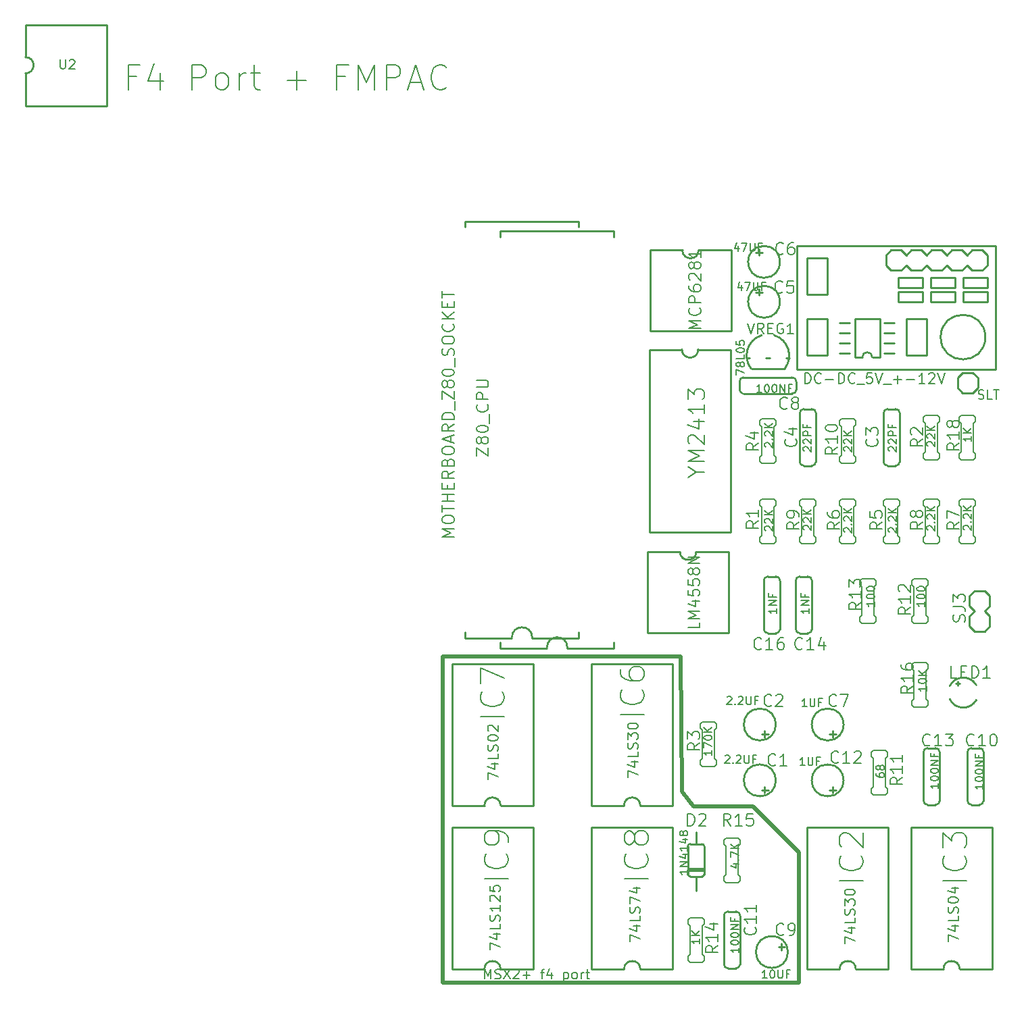
<source format=gto>
%TF.GenerationSoftware,KiCad,Pcbnew,5.1.12-1.fc35*%
%TF.CreationDate,2022-01-17T09:06:34+01:00*%
%TF.ProjectId,PCB_F4 FMPAC_DIP_IMPRIMIR DEFINITIU copy_2021-07-27,5043425f-4634-4204-964d-5041435f4449,rev?*%
%TF.SameCoordinates,Original*%
%TF.FileFunction,Legend,Top*%
%TF.FilePolarity,Positive*%
%FSLAX46Y46*%
G04 Gerber Fmt 4.6, Leading zero omitted, Abs format (unit mm)*
G04 Created by KiCad (PCBNEW 5.1.12-1.fc35) date 2022-01-17 09:06:34*
%MOMM*%
%LPD*%
G01*
G04 APERTURE LIST*
%ADD10C,0.500000*%
%ADD11C,0.203000*%
%ADD12C,0.254000*%
%ADD13C,0.152000*%
%ADD14C,0.150000*%
G04 APERTURE END LIST*
D10*
X123482000Y-113283000D02*
X153282000Y-113283000D01*
X153282000Y-113283000D02*
X153382000Y-130233000D01*
X153382000Y-130233000D02*
X154832000Y-132133000D01*
X154832000Y-132133000D02*
X162332000Y-132133000D01*
X162332000Y-132133000D02*
X168032000Y-137833000D01*
X168032000Y-137833000D02*
X168032000Y-154233000D01*
X168032000Y-154233000D02*
X123482000Y-154233000D01*
X123482000Y-154233000D02*
X123482000Y-113333000D01*
D11*
X160234380Y-77957192D02*
X160234380Y-77290526D01*
X161234380Y-77719097D01*
X160662952Y-76766716D02*
X160615333Y-76861954D01*
X160567714Y-76909573D01*
X160472476Y-76957192D01*
X160424857Y-76957192D01*
X160329619Y-76909573D01*
X160282000Y-76861954D01*
X160234380Y-76766716D01*
X160234380Y-76576240D01*
X160282000Y-76481002D01*
X160329619Y-76433383D01*
X160424857Y-76385764D01*
X160472476Y-76385764D01*
X160567714Y-76433383D01*
X160615333Y-76481002D01*
X160662952Y-76576240D01*
X160662952Y-76766716D01*
X160710571Y-76861954D01*
X160758190Y-76909573D01*
X160853428Y-76957192D01*
X161043904Y-76957192D01*
X161139142Y-76909573D01*
X161186761Y-76861954D01*
X161234380Y-76766716D01*
X161234380Y-76576240D01*
X161186761Y-76481002D01*
X161139142Y-76433383D01*
X161043904Y-76385764D01*
X160853428Y-76385764D01*
X160758190Y-76433383D01*
X160710571Y-76481002D01*
X160662952Y-76576240D01*
X161234380Y-75481002D02*
X161234380Y-75957192D01*
X160234380Y-75957192D01*
X160234380Y-74957192D02*
X160234380Y-74861954D01*
X160282000Y-74766716D01*
X160329619Y-74719097D01*
X160424857Y-74671478D01*
X160615333Y-74623859D01*
X160853428Y-74623859D01*
X161043904Y-74671478D01*
X161139142Y-74719097D01*
X161186761Y-74766716D01*
X161234380Y-74861954D01*
X161234380Y-74957192D01*
X161186761Y-75052430D01*
X161139142Y-75100050D01*
X161043904Y-75147669D01*
X160853428Y-75195288D01*
X160615333Y-75195288D01*
X160424857Y-75147669D01*
X160329619Y-75100050D01*
X160282000Y-75052430D01*
X160234380Y-74957192D01*
X160234380Y-73719097D02*
X160234380Y-74195288D01*
X160710571Y-74242907D01*
X160662952Y-74195288D01*
X160615333Y-74100050D01*
X160615333Y-73861954D01*
X160662952Y-73766716D01*
X160710571Y-73719097D01*
X160805809Y-73671478D01*
X161043904Y-73671478D01*
X161139142Y-73719097D01*
X161186761Y-73766716D01*
X161234380Y-73861954D01*
X161234380Y-74100050D01*
X161186761Y-74195288D01*
X161139142Y-74242907D01*
X163375854Y-80185380D02*
X162804426Y-80185380D01*
X163090140Y-80185380D02*
X163090140Y-79185380D01*
X162994902Y-79328238D01*
X162899664Y-79423476D01*
X162804426Y-79471095D01*
X163994902Y-79185380D02*
X164090140Y-79185380D01*
X164185378Y-79233000D01*
X164232997Y-79280619D01*
X164280616Y-79375857D01*
X164328235Y-79566333D01*
X164328235Y-79804428D01*
X164280616Y-79994904D01*
X164232997Y-80090142D01*
X164185378Y-80137761D01*
X164090140Y-80185380D01*
X163994902Y-80185380D01*
X163899664Y-80137761D01*
X163852045Y-80090142D01*
X163804426Y-79994904D01*
X163756807Y-79804428D01*
X163756807Y-79566333D01*
X163804426Y-79375857D01*
X163852045Y-79280619D01*
X163899664Y-79233000D01*
X163994902Y-79185380D01*
X164947283Y-79185380D02*
X165042521Y-79185380D01*
X165137759Y-79233000D01*
X165185378Y-79280619D01*
X165232997Y-79375857D01*
X165280616Y-79566333D01*
X165280616Y-79804428D01*
X165232997Y-79994904D01*
X165185378Y-80090142D01*
X165137759Y-80137761D01*
X165042521Y-80185380D01*
X164947283Y-80185380D01*
X164852045Y-80137761D01*
X164804426Y-80090142D01*
X164756807Y-79994904D01*
X164709188Y-79804428D01*
X164709188Y-79566333D01*
X164756807Y-79375857D01*
X164804426Y-79280619D01*
X164852045Y-79233000D01*
X164947283Y-79185380D01*
X165709188Y-80185380D02*
X165709188Y-79185380D01*
X166280616Y-80185380D01*
X166280616Y-79185380D01*
X167090140Y-79661571D02*
X166756807Y-79661571D01*
X166756807Y-80185380D02*
X166756807Y-79185380D01*
X167232997Y-79185380D01*
X169362380Y-107310145D02*
X169362380Y-107881573D01*
X169362380Y-107595859D02*
X168362380Y-107595859D01*
X168505238Y-107691097D01*
X168600476Y-107786335D01*
X168648095Y-107881573D01*
X169362380Y-106881573D02*
X168362380Y-106881573D01*
X169362380Y-106310145D01*
X168362380Y-106310145D01*
X168838571Y-105500621D02*
X168838571Y-105833954D01*
X169362380Y-105833954D02*
X168362380Y-105833954D01*
X168362380Y-105357764D01*
X165298380Y-107310145D02*
X165298380Y-107881573D01*
X165298380Y-107595859D02*
X164298380Y-107595859D01*
X164441238Y-107691097D01*
X164536476Y-107786335D01*
X164584095Y-107881573D01*
X165298380Y-106881573D02*
X164298380Y-106881573D01*
X165298380Y-106310145D01*
X164298380Y-106310145D01*
X164774571Y-105500621D02*
X164774571Y-105833954D01*
X165298380Y-105833954D02*
X164298380Y-105833954D01*
X164298380Y-105357764D01*
X186740095Y-149034335D02*
X186740095Y-148167669D01*
X188040095Y-148724811D01*
X187173428Y-147115288D02*
X188040095Y-147115288D01*
X186678190Y-147424811D02*
X187606761Y-147734335D01*
X187606761Y-146929573D01*
X188040095Y-145815288D02*
X188040095Y-146434335D01*
X186740095Y-146434335D01*
X187978190Y-145443859D02*
X188040095Y-145258145D01*
X188040095Y-144948621D01*
X187978190Y-144824811D01*
X187916285Y-144762907D01*
X187792476Y-144701002D01*
X187668666Y-144701002D01*
X187544857Y-144762907D01*
X187482952Y-144824811D01*
X187421047Y-144948621D01*
X187359142Y-145196240D01*
X187297238Y-145320050D01*
X187235333Y-145381954D01*
X187111523Y-145443859D01*
X186987714Y-145443859D01*
X186863904Y-145381954D01*
X186802000Y-145320050D01*
X186740095Y-145196240D01*
X186740095Y-144886716D01*
X186802000Y-144701002D01*
X186740095Y-143896240D02*
X186740095Y-143772430D01*
X186802000Y-143648621D01*
X186863904Y-143586716D01*
X186987714Y-143524811D01*
X187235333Y-143462907D01*
X187544857Y-143462907D01*
X187792476Y-143524811D01*
X187916285Y-143586716D01*
X187978190Y-143648621D01*
X188040095Y-143772430D01*
X188040095Y-143896240D01*
X187978190Y-144020050D01*
X187916285Y-144081954D01*
X187792476Y-144143859D01*
X187544857Y-144205764D01*
X187235333Y-144205764D01*
X186987714Y-144143859D01*
X186863904Y-144081954D01*
X186802000Y-144020050D01*
X186740095Y-143896240D01*
X187173428Y-142348621D02*
X188040095Y-142348621D01*
X186678190Y-142658145D02*
X187606761Y-142967669D01*
X187606761Y-142162907D01*
X173786095Y-149288335D02*
X173786095Y-148421669D01*
X175086095Y-148978811D01*
X174219428Y-147369288D02*
X175086095Y-147369288D01*
X173724190Y-147678811D02*
X174652761Y-147988335D01*
X174652761Y-147183573D01*
X175086095Y-146069288D02*
X175086095Y-146688335D01*
X173786095Y-146688335D01*
X175024190Y-145697859D02*
X175086095Y-145512145D01*
X175086095Y-145202621D01*
X175024190Y-145078811D01*
X174962285Y-145016907D01*
X174838476Y-144955002D01*
X174714666Y-144955002D01*
X174590857Y-145016907D01*
X174528952Y-145078811D01*
X174467047Y-145202621D01*
X174405142Y-145450240D01*
X174343238Y-145574050D01*
X174281333Y-145635954D01*
X174157523Y-145697859D01*
X174033714Y-145697859D01*
X173909904Y-145635954D01*
X173848000Y-145574050D01*
X173786095Y-145450240D01*
X173786095Y-145140716D01*
X173848000Y-144955002D01*
X173786095Y-144521669D02*
X173786095Y-143716907D01*
X174281333Y-144150240D01*
X174281333Y-143964526D01*
X174343238Y-143840716D01*
X174405142Y-143778811D01*
X174528952Y-143716907D01*
X174838476Y-143716907D01*
X174962285Y-143778811D01*
X175024190Y-143840716D01*
X175086095Y-143964526D01*
X175086095Y-144335954D01*
X175024190Y-144459764D01*
X174962285Y-144521669D01*
X173786095Y-142912145D02*
X173786095Y-142788335D01*
X173848000Y-142664526D01*
X173909904Y-142602621D01*
X174033714Y-142540716D01*
X174281333Y-142478811D01*
X174590857Y-142478811D01*
X174838476Y-142540716D01*
X174962285Y-142602621D01*
X175024190Y-142664526D01*
X175086095Y-142788335D01*
X175086095Y-142912145D01*
X175024190Y-143035954D01*
X174962285Y-143097859D01*
X174838476Y-143159764D01*
X174590857Y-143221669D01*
X174281333Y-143221669D01*
X174033714Y-143159764D01*
X173909904Y-143097859D01*
X173848000Y-143035954D01*
X173786095Y-142912145D01*
X146862095Y-149034335D02*
X146862095Y-148167669D01*
X148162095Y-148724811D01*
X147295428Y-147115288D02*
X148162095Y-147115288D01*
X146800190Y-147424811D02*
X147728761Y-147734335D01*
X147728761Y-146929573D01*
X148162095Y-145815288D02*
X148162095Y-146434335D01*
X146862095Y-146434335D01*
X148100190Y-145443859D02*
X148162095Y-145258145D01*
X148162095Y-144948621D01*
X148100190Y-144824811D01*
X148038285Y-144762907D01*
X147914476Y-144701002D01*
X147790666Y-144701002D01*
X147666857Y-144762907D01*
X147604952Y-144824811D01*
X147543047Y-144948621D01*
X147481142Y-145196240D01*
X147419238Y-145320050D01*
X147357333Y-145381954D01*
X147233523Y-145443859D01*
X147109714Y-145443859D01*
X146985904Y-145381954D01*
X146924000Y-145320050D01*
X146862095Y-145196240D01*
X146862095Y-144886716D01*
X146924000Y-144701002D01*
X146862095Y-144267669D02*
X146862095Y-143401002D01*
X148162095Y-143958145D01*
X147295428Y-142348621D02*
X148162095Y-142348621D01*
X146800190Y-142658145D02*
X147728761Y-142967669D01*
X147728761Y-142162907D01*
X129336095Y-150050335D02*
X129336095Y-149183669D01*
X130636095Y-149740811D01*
X129769428Y-148131288D02*
X130636095Y-148131288D01*
X129274190Y-148440811D02*
X130202761Y-148750335D01*
X130202761Y-147945573D01*
X130636095Y-146831288D02*
X130636095Y-147450335D01*
X129336095Y-147450335D01*
X130574190Y-146459859D02*
X130636095Y-146274145D01*
X130636095Y-145964621D01*
X130574190Y-145840811D01*
X130512285Y-145778907D01*
X130388476Y-145717002D01*
X130264666Y-145717002D01*
X130140857Y-145778907D01*
X130078952Y-145840811D01*
X130017047Y-145964621D01*
X129955142Y-146212240D01*
X129893238Y-146336050D01*
X129831333Y-146397954D01*
X129707523Y-146459859D01*
X129583714Y-146459859D01*
X129459904Y-146397954D01*
X129398000Y-146336050D01*
X129336095Y-146212240D01*
X129336095Y-145902716D01*
X129398000Y-145717002D01*
X130636095Y-144478907D02*
X130636095Y-145221764D01*
X130636095Y-144850335D02*
X129336095Y-144850335D01*
X129521809Y-144974145D01*
X129645619Y-145097954D01*
X129707523Y-145221764D01*
X129459904Y-143983669D02*
X129398000Y-143921764D01*
X129336095Y-143797954D01*
X129336095Y-143488430D01*
X129398000Y-143364621D01*
X129459904Y-143302716D01*
X129583714Y-143240811D01*
X129707523Y-143240811D01*
X129893238Y-143302716D01*
X130636095Y-144045573D01*
X130636095Y-143240811D01*
X129336095Y-142064621D02*
X129336095Y-142683669D01*
X129955142Y-142745573D01*
X129893238Y-142683669D01*
X129831333Y-142559859D01*
X129831333Y-142250335D01*
X129893238Y-142126526D01*
X129955142Y-142064621D01*
X130078952Y-142002716D01*
X130388476Y-142002716D01*
X130512285Y-142064621D01*
X130574190Y-142126526D01*
X130636095Y-142250335D01*
X130636095Y-142559859D01*
X130574190Y-142683669D01*
X130512285Y-142745573D01*
X146608095Y-128460335D02*
X146608095Y-127593669D01*
X147908095Y-128150811D01*
X147041428Y-126541288D02*
X147908095Y-126541288D01*
X146546190Y-126850811D02*
X147474761Y-127160335D01*
X147474761Y-126355573D01*
X147908095Y-125241288D02*
X147908095Y-125860335D01*
X146608095Y-125860335D01*
X147846190Y-124869859D02*
X147908095Y-124684145D01*
X147908095Y-124374621D01*
X147846190Y-124250811D01*
X147784285Y-124188907D01*
X147660476Y-124127002D01*
X147536666Y-124127002D01*
X147412857Y-124188907D01*
X147350952Y-124250811D01*
X147289047Y-124374621D01*
X147227142Y-124622240D01*
X147165238Y-124746050D01*
X147103333Y-124807954D01*
X146979523Y-124869859D01*
X146855714Y-124869859D01*
X146731904Y-124807954D01*
X146670000Y-124746050D01*
X146608095Y-124622240D01*
X146608095Y-124312716D01*
X146670000Y-124127002D01*
X146608095Y-123693669D02*
X146608095Y-122888907D01*
X147103333Y-123322240D01*
X147103333Y-123136526D01*
X147165238Y-123012716D01*
X147227142Y-122950811D01*
X147350952Y-122888907D01*
X147660476Y-122888907D01*
X147784285Y-122950811D01*
X147846190Y-123012716D01*
X147908095Y-123136526D01*
X147908095Y-123507954D01*
X147846190Y-123631764D01*
X147784285Y-123693669D01*
X146608095Y-122084145D02*
X146608095Y-121960335D01*
X146670000Y-121836526D01*
X146731904Y-121774621D01*
X146855714Y-121712716D01*
X147103333Y-121650811D01*
X147412857Y-121650811D01*
X147660476Y-121712716D01*
X147784285Y-121774621D01*
X147846190Y-121836526D01*
X147908095Y-121960335D01*
X147908095Y-122084145D01*
X147846190Y-122207954D01*
X147784285Y-122269859D01*
X147660476Y-122331764D01*
X147412857Y-122393669D01*
X147103333Y-122393669D01*
X146855714Y-122331764D01*
X146731904Y-122269859D01*
X146670000Y-122207954D01*
X146608095Y-122084145D01*
X129082095Y-128714335D02*
X129082095Y-127847669D01*
X130382095Y-128404811D01*
X129515428Y-126795288D02*
X130382095Y-126795288D01*
X129020190Y-127104811D02*
X129948761Y-127414335D01*
X129948761Y-126609573D01*
X130382095Y-125495288D02*
X130382095Y-126114335D01*
X129082095Y-126114335D01*
X130320190Y-125123859D02*
X130382095Y-124938145D01*
X130382095Y-124628621D01*
X130320190Y-124504811D01*
X130258285Y-124442907D01*
X130134476Y-124381002D01*
X130010666Y-124381002D01*
X129886857Y-124442907D01*
X129824952Y-124504811D01*
X129763047Y-124628621D01*
X129701142Y-124876240D01*
X129639238Y-125000050D01*
X129577333Y-125061954D01*
X129453523Y-125123859D01*
X129329714Y-125123859D01*
X129205904Y-125061954D01*
X129144000Y-125000050D01*
X129082095Y-124876240D01*
X129082095Y-124566716D01*
X129144000Y-124381002D01*
X129082095Y-123576240D02*
X129082095Y-123452430D01*
X129144000Y-123328621D01*
X129205904Y-123266716D01*
X129329714Y-123204811D01*
X129577333Y-123142907D01*
X129886857Y-123142907D01*
X130134476Y-123204811D01*
X130258285Y-123266716D01*
X130320190Y-123328621D01*
X130382095Y-123452430D01*
X130382095Y-123576240D01*
X130320190Y-123700050D01*
X130258285Y-123761954D01*
X130134476Y-123823859D01*
X129886857Y-123885764D01*
X129577333Y-123885764D01*
X129329714Y-123823859D01*
X129205904Y-123761954D01*
X129144000Y-123700050D01*
X129082095Y-123576240D01*
X129205904Y-122647669D02*
X129144000Y-122585764D01*
X129082095Y-122461954D01*
X129082095Y-122152430D01*
X129144000Y-122028621D01*
X129205904Y-121966716D01*
X129329714Y-121904811D01*
X129453523Y-121904811D01*
X129639238Y-121966716D01*
X130382095Y-122709573D01*
X130382095Y-121904811D01*
X184034380Y-117039145D02*
X184034380Y-117610573D01*
X184034380Y-117324859D02*
X183034380Y-117324859D01*
X183177238Y-117420097D01*
X183272476Y-117515335D01*
X183320095Y-117610573D01*
X183034380Y-116420097D02*
X183034380Y-116324859D01*
X183082000Y-116229621D01*
X183129619Y-116182002D01*
X183224857Y-116134383D01*
X183415333Y-116086764D01*
X183653428Y-116086764D01*
X183843904Y-116134383D01*
X183939142Y-116182002D01*
X183986761Y-116229621D01*
X184034380Y-116324859D01*
X184034380Y-116420097D01*
X183986761Y-116515335D01*
X183939142Y-116562954D01*
X183843904Y-116610573D01*
X183653428Y-116658192D01*
X183415333Y-116658192D01*
X183224857Y-116610573D01*
X183129619Y-116562954D01*
X183082000Y-116515335D01*
X183034380Y-116420097D01*
X184034380Y-115658192D02*
X183034380Y-115658192D01*
X184034380Y-115086764D02*
X183462952Y-115515335D01*
X183034380Y-115086764D02*
X183605809Y-115658192D01*
X154134380Y-140039145D02*
X154134380Y-140610573D01*
X154134380Y-140324859D02*
X153134380Y-140324859D01*
X153277238Y-140420097D01*
X153372476Y-140515335D01*
X153420095Y-140610573D01*
X154134380Y-139610573D02*
X153134380Y-139610573D01*
X154134380Y-139039145D01*
X153134380Y-139039145D01*
X153467714Y-138134383D02*
X154134380Y-138134383D01*
X153086761Y-138372478D02*
X153801047Y-138610573D01*
X153801047Y-137991526D01*
X154134380Y-137086764D02*
X154134380Y-137658192D01*
X154134380Y-137372478D02*
X153134380Y-137372478D01*
X153277238Y-137467716D01*
X153372476Y-137562954D01*
X153420095Y-137658192D01*
X153467714Y-136229621D02*
X154134380Y-136229621D01*
X153086761Y-136467716D02*
X153801047Y-136705811D01*
X153801047Y-136086764D01*
X153562952Y-135562954D02*
X153515333Y-135658192D01*
X153467714Y-135705811D01*
X153372476Y-135753430D01*
X153324857Y-135753430D01*
X153229619Y-135705811D01*
X153182000Y-135658192D01*
X153134380Y-135562954D01*
X153134380Y-135372478D01*
X153182000Y-135277240D01*
X153229619Y-135229621D01*
X153324857Y-135182002D01*
X153372476Y-135182002D01*
X153467714Y-135229621D01*
X153515333Y-135277240D01*
X153562952Y-135372478D01*
X153562952Y-135562954D01*
X153610571Y-135658192D01*
X153658190Y-135705811D01*
X153753428Y-135753430D01*
X153943904Y-135753430D01*
X154039142Y-135705811D01*
X154086761Y-135658192D01*
X154134380Y-135562954D01*
X154134380Y-135372478D01*
X154086761Y-135277240D01*
X154039142Y-135229621D01*
X153943904Y-135182002D01*
X153753428Y-135182002D01*
X153658190Y-135229621D01*
X153610571Y-135277240D01*
X153562952Y-135372478D01*
X164075854Y-153614380D02*
X163504426Y-153614380D01*
X163790140Y-153614380D02*
X163790140Y-152614380D01*
X163694902Y-152757238D01*
X163599664Y-152852476D01*
X163504426Y-152900095D01*
X164694902Y-152614380D02*
X164790140Y-152614380D01*
X164885378Y-152662000D01*
X164932997Y-152709619D01*
X164980616Y-152804857D01*
X165028235Y-152995333D01*
X165028235Y-153233428D01*
X164980616Y-153423904D01*
X164932997Y-153519142D01*
X164885378Y-153566761D01*
X164790140Y-153614380D01*
X164694902Y-153614380D01*
X164599664Y-153566761D01*
X164552045Y-153519142D01*
X164504426Y-153423904D01*
X164456807Y-153233428D01*
X164456807Y-152995333D01*
X164504426Y-152804857D01*
X164552045Y-152709619D01*
X164599664Y-152662000D01*
X164694902Y-152614380D01*
X165456807Y-152614380D02*
X165456807Y-153423904D01*
X165504426Y-153519142D01*
X165552045Y-153566761D01*
X165647283Y-153614380D01*
X165837759Y-153614380D01*
X165932997Y-153566761D01*
X165980616Y-153519142D01*
X166028235Y-153423904D01*
X166028235Y-152614380D01*
X166837759Y-153090571D02*
X166504426Y-153090571D01*
X166504426Y-153614380D02*
X166504426Y-152614380D01*
X166980616Y-152614380D01*
X160534380Y-149839145D02*
X160534380Y-150410573D01*
X160534380Y-150124859D02*
X159534380Y-150124859D01*
X159677238Y-150220097D01*
X159772476Y-150315335D01*
X159820095Y-150410573D01*
X159534380Y-149220097D02*
X159534380Y-149124859D01*
X159582000Y-149029621D01*
X159629619Y-148982002D01*
X159724857Y-148934383D01*
X159915333Y-148886764D01*
X160153428Y-148886764D01*
X160343904Y-148934383D01*
X160439142Y-148982002D01*
X160486761Y-149029621D01*
X160534380Y-149124859D01*
X160534380Y-149220097D01*
X160486761Y-149315335D01*
X160439142Y-149362954D01*
X160343904Y-149410573D01*
X160153428Y-149458192D01*
X159915333Y-149458192D01*
X159724857Y-149410573D01*
X159629619Y-149362954D01*
X159582000Y-149315335D01*
X159534380Y-149220097D01*
X159534380Y-148267716D02*
X159534380Y-148172478D01*
X159582000Y-148077240D01*
X159629619Y-148029621D01*
X159724857Y-147982002D01*
X159915333Y-147934383D01*
X160153428Y-147934383D01*
X160343904Y-147982002D01*
X160439142Y-148029621D01*
X160486761Y-148077240D01*
X160534380Y-148172478D01*
X160534380Y-148267716D01*
X160486761Y-148362954D01*
X160439142Y-148410573D01*
X160343904Y-148458192D01*
X160153428Y-148505811D01*
X159915333Y-148505811D01*
X159724857Y-148458192D01*
X159629619Y-148410573D01*
X159582000Y-148362954D01*
X159534380Y-148267716D01*
X160534380Y-147505811D02*
X159534380Y-147505811D01*
X160534380Y-146934383D01*
X159534380Y-146934383D01*
X160010571Y-146124859D02*
X160010571Y-146458192D01*
X160534380Y-146458192D02*
X159534380Y-146458192D01*
X159534380Y-145982002D01*
X155646380Y-148712145D02*
X155646380Y-149283573D01*
X155646380Y-148997859D02*
X154646380Y-148997859D01*
X154789238Y-149093097D01*
X154884476Y-149188335D01*
X154932095Y-149283573D01*
X155646380Y-148283573D02*
X154646380Y-148283573D01*
X155646380Y-147712145D02*
X155074952Y-148140716D01*
X154646380Y-147712145D02*
X155217809Y-148283573D01*
X159867714Y-139334383D02*
X160534380Y-139334383D01*
X159486761Y-139572478D02*
X160201047Y-139810573D01*
X160201047Y-139191526D01*
X160439142Y-138810573D02*
X160486761Y-138762954D01*
X160534380Y-138810573D01*
X160486761Y-138858192D01*
X160439142Y-138810573D01*
X160534380Y-138810573D01*
X159534380Y-138429621D02*
X159534380Y-137762954D01*
X160534380Y-138191526D01*
X160534380Y-137382002D02*
X159534380Y-137382002D01*
X160534380Y-136810573D02*
X159962952Y-137239145D01*
X159534380Y-136810573D02*
X160105809Y-137382002D01*
X168787854Y-126944380D02*
X168216426Y-126944380D01*
X168502140Y-126944380D02*
X168502140Y-125944380D01*
X168406902Y-126087238D01*
X168311664Y-126182476D01*
X168216426Y-126230095D01*
X169216426Y-125944380D02*
X169216426Y-126753904D01*
X169264045Y-126849142D01*
X169311664Y-126896761D01*
X169406902Y-126944380D01*
X169597378Y-126944380D01*
X169692616Y-126896761D01*
X169740235Y-126849142D01*
X169787854Y-126753904D01*
X169787854Y-125944380D01*
X170597378Y-126420571D02*
X170264045Y-126420571D01*
X170264045Y-126944380D02*
X170264045Y-125944380D01*
X170740235Y-125944380D01*
X169041854Y-119578380D02*
X168470426Y-119578380D01*
X168756140Y-119578380D02*
X168756140Y-118578380D01*
X168660902Y-118721238D01*
X168565664Y-118816476D01*
X168470426Y-118864095D01*
X169470426Y-118578380D02*
X169470426Y-119387904D01*
X169518045Y-119483142D01*
X169565664Y-119530761D01*
X169660902Y-119578380D01*
X169851378Y-119578380D01*
X169946616Y-119530761D01*
X169994235Y-119483142D01*
X170041854Y-119387904D01*
X170041854Y-118578380D01*
X170851378Y-119054571D02*
X170518045Y-119054571D01*
X170518045Y-119578380D02*
X170518045Y-118578380D01*
X170994235Y-118578380D01*
X158818426Y-125785619D02*
X158866045Y-125738000D01*
X158961283Y-125690380D01*
X159199378Y-125690380D01*
X159294616Y-125738000D01*
X159342235Y-125785619D01*
X159389854Y-125880857D01*
X159389854Y-125976095D01*
X159342235Y-126118952D01*
X158770807Y-126690380D01*
X159389854Y-126690380D01*
X159818426Y-126595142D02*
X159866045Y-126642761D01*
X159818426Y-126690380D01*
X159770807Y-126642761D01*
X159818426Y-126595142D01*
X159818426Y-126690380D01*
X160246997Y-125785619D02*
X160294616Y-125738000D01*
X160389854Y-125690380D01*
X160627950Y-125690380D01*
X160723188Y-125738000D01*
X160770807Y-125785619D01*
X160818426Y-125880857D01*
X160818426Y-125976095D01*
X160770807Y-126118952D01*
X160199378Y-126690380D01*
X160818426Y-126690380D01*
X161246997Y-125690380D02*
X161246997Y-126499904D01*
X161294616Y-126595142D01*
X161342235Y-126642761D01*
X161437473Y-126690380D01*
X161627950Y-126690380D01*
X161723188Y-126642761D01*
X161770807Y-126595142D01*
X161818426Y-126499904D01*
X161818426Y-125690380D01*
X162627950Y-126166571D02*
X162294616Y-126166571D01*
X162294616Y-126690380D02*
X162294616Y-125690380D01*
X162770807Y-125690380D01*
X159072426Y-118419619D02*
X159120045Y-118372000D01*
X159215283Y-118324380D01*
X159453378Y-118324380D01*
X159548616Y-118372000D01*
X159596235Y-118419619D01*
X159643854Y-118514857D01*
X159643854Y-118610095D01*
X159596235Y-118752952D01*
X159024807Y-119324380D01*
X159643854Y-119324380D01*
X160072426Y-119229142D02*
X160120045Y-119276761D01*
X160072426Y-119324380D01*
X160024807Y-119276761D01*
X160072426Y-119229142D01*
X160072426Y-119324380D01*
X160500997Y-118419619D02*
X160548616Y-118372000D01*
X160643854Y-118324380D01*
X160881950Y-118324380D01*
X160977188Y-118372000D01*
X161024807Y-118419619D01*
X161072426Y-118514857D01*
X161072426Y-118610095D01*
X161024807Y-118752952D01*
X160453378Y-119324380D01*
X161072426Y-119324380D01*
X161500997Y-118324380D02*
X161500997Y-119133904D01*
X161548616Y-119229142D01*
X161596235Y-119276761D01*
X161691473Y-119324380D01*
X161881950Y-119324380D01*
X161977188Y-119276761D01*
X162024807Y-119229142D01*
X162072426Y-119133904D01*
X162072426Y-118324380D01*
X162881950Y-118800571D02*
X162548616Y-118800571D01*
X162548616Y-119324380D02*
X162548616Y-118324380D01*
X163024807Y-118324380D01*
X157170380Y-125090145D02*
X157170380Y-125661573D01*
X157170380Y-125375859D02*
X156170380Y-125375859D01*
X156313238Y-125471097D01*
X156408476Y-125566335D01*
X156456095Y-125661573D01*
X156170380Y-124756811D02*
X156170380Y-124090145D01*
X157170380Y-124518716D01*
X156170380Y-123518716D02*
X156170380Y-123423478D01*
X156218000Y-123328240D01*
X156265619Y-123280621D01*
X156360857Y-123233002D01*
X156551333Y-123185383D01*
X156789428Y-123185383D01*
X156979904Y-123233002D01*
X157075142Y-123280621D01*
X157122761Y-123328240D01*
X157170380Y-123423478D01*
X157170380Y-123518716D01*
X157122761Y-123613954D01*
X157075142Y-123661573D01*
X156979904Y-123709192D01*
X156789428Y-123756811D01*
X156551333Y-123756811D01*
X156360857Y-123709192D01*
X156265619Y-123661573D01*
X156218000Y-123613954D01*
X156170380Y-123518716D01*
X157170380Y-122756811D02*
X156170380Y-122756811D01*
X157170380Y-122185383D02*
X156598952Y-122613954D01*
X156170380Y-122185383D02*
X156741809Y-122756811D01*
X177534380Y-106439145D02*
X177534380Y-107010573D01*
X177534380Y-106724859D02*
X176534380Y-106724859D01*
X176677238Y-106820097D01*
X176772476Y-106915335D01*
X176820095Y-107010573D01*
X176534380Y-105820097D02*
X176534380Y-105724859D01*
X176582000Y-105629621D01*
X176629619Y-105582002D01*
X176724857Y-105534383D01*
X176915333Y-105486764D01*
X177153428Y-105486764D01*
X177343904Y-105534383D01*
X177439142Y-105582002D01*
X177486761Y-105629621D01*
X177534380Y-105724859D01*
X177534380Y-105820097D01*
X177486761Y-105915335D01*
X177439142Y-105962954D01*
X177343904Y-106010573D01*
X177153428Y-106058192D01*
X176915333Y-106058192D01*
X176724857Y-106010573D01*
X176629619Y-105962954D01*
X176582000Y-105915335D01*
X176534380Y-105820097D01*
X176534380Y-104867716D02*
X176534380Y-104772478D01*
X176582000Y-104677240D01*
X176629619Y-104629621D01*
X176724857Y-104582002D01*
X176915333Y-104534383D01*
X177153428Y-104534383D01*
X177343904Y-104582002D01*
X177439142Y-104629621D01*
X177486761Y-104677240D01*
X177534380Y-104772478D01*
X177534380Y-104867716D01*
X177486761Y-104962954D01*
X177439142Y-105010573D01*
X177343904Y-105058192D01*
X177153428Y-105105811D01*
X176915333Y-105105811D01*
X176724857Y-105058192D01*
X176629619Y-105010573D01*
X176582000Y-104962954D01*
X176534380Y-104867716D01*
X183840380Y-106439145D02*
X183840380Y-107010573D01*
X183840380Y-106724859D02*
X182840380Y-106724859D01*
X182983238Y-106820097D01*
X183078476Y-106915335D01*
X183126095Y-107010573D01*
X182840380Y-105820097D02*
X182840380Y-105724859D01*
X182888000Y-105629621D01*
X182935619Y-105582002D01*
X183030857Y-105534383D01*
X183221333Y-105486764D01*
X183459428Y-105486764D01*
X183649904Y-105534383D01*
X183745142Y-105582002D01*
X183792761Y-105629621D01*
X183840380Y-105724859D01*
X183840380Y-105820097D01*
X183792761Y-105915335D01*
X183745142Y-105962954D01*
X183649904Y-106010573D01*
X183459428Y-106058192D01*
X183221333Y-106058192D01*
X183030857Y-106010573D01*
X182935619Y-105962954D01*
X182888000Y-105915335D01*
X182840380Y-105820097D01*
X182840380Y-104867716D02*
X182840380Y-104772478D01*
X182888000Y-104677240D01*
X182935619Y-104629621D01*
X183030857Y-104582002D01*
X183221333Y-104534383D01*
X183459428Y-104534383D01*
X183649904Y-104582002D01*
X183745142Y-104629621D01*
X183792761Y-104677240D01*
X183840380Y-104772478D01*
X183840380Y-104867716D01*
X183792761Y-104962954D01*
X183745142Y-105010573D01*
X183649904Y-105058192D01*
X183459428Y-105105811D01*
X183221333Y-105105811D01*
X183030857Y-105058192D01*
X182935619Y-105010573D01*
X182888000Y-104962954D01*
X182840380Y-104867716D01*
X177760380Y-127979383D02*
X177760380Y-128169859D01*
X177808000Y-128265097D01*
X177855619Y-128312716D01*
X177998476Y-128407954D01*
X178188952Y-128455573D01*
X178569904Y-128455573D01*
X178665142Y-128407954D01*
X178712761Y-128360335D01*
X178760380Y-128265097D01*
X178760380Y-128074621D01*
X178712761Y-127979383D01*
X178665142Y-127931764D01*
X178569904Y-127884145D01*
X178331809Y-127884145D01*
X178236571Y-127931764D01*
X178188952Y-127979383D01*
X178141333Y-128074621D01*
X178141333Y-128265097D01*
X178188952Y-128360335D01*
X178236571Y-128407954D01*
X178331809Y-128455573D01*
X178188952Y-127312716D02*
X178141333Y-127407954D01*
X178093714Y-127455573D01*
X177998476Y-127503192D01*
X177950857Y-127503192D01*
X177855619Y-127455573D01*
X177808000Y-127407954D01*
X177760380Y-127312716D01*
X177760380Y-127122240D01*
X177808000Y-127027002D01*
X177855619Y-126979383D01*
X177950857Y-126931764D01*
X177998476Y-126931764D01*
X178093714Y-126979383D01*
X178141333Y-127027002D01*
X178188952Y-127122240D01*
X178188952Y-127312716D01*
X178236571Y-127407954D01*
X178284190Y-127455573D01*
X178379428Y-127503192D01*
X178569904Y-127503192D01*
X178665142Y-127455573D01*
X178712761Y-127407954D01*
X178760380Y-127312716D01*
X178760380Y-127122240D01*
X178712761Y-127027002D01*
X178665142Y-126979383D01*
X178569904Y-126931764D01*
X178379428Y-126931764D01*
X178284190Y-126979383D01*
X178236571Y-127027002D01*
X178188952Y-127122240D01*
X185534380Y-129239145D02*
X185534380Y-129810573D01*
X185534380Y-129524859D02*
X184534380Y-129524859D01*
X184677238Y-129620097D01*
X184772476Y-129715335D01*
X184820095Y-129810573D01*
X184534380Y-128620097D02*
X184534380Y-128524859D01*
X184582000Y-128429621D01*
X184629619Y-128382002D01*
X184724857Y-128334383D01*
X184915333Y-128286764D01*
X185153428Y-128286764D01*
X185343904Y-128334383D01*
X185439142Y-128382002D01*
X185486761Y-128429621D01*
X185534380Y-128524859D01*
X185534380Y-128620097D01*
X185486761Y-128715335D01*
X185439142Y-128762954D01*
X185343904Y-128810573D01*
X185153428Y-128858192D01*
X184915333Y-128858192D01*
X184724857Y-128810573D01*
X184629619Y-128762954D01*
X184582000Y-128715335D01*
X184534380Y-128620097D01*
X184534380Y-127667716D02*
X184534380Y-127572478D01*
X184582000Y-127477240D01*
X184629619Y-127429621D01*
X184724857Y-127382002D01*
X184915333Y-127334383D01*
X185153428Y-127334383D01*
X185343904Y-127382002D01*
X185439142Y-127429621D01*
X185486761Y-127477240D01*
X185534380Y-127572478D01*
X185534380Y-127667716D01*
X185486761Y-127762954D01*
X185439142Y-127810573D01*
X185343904Y-127858192D01*
X185153428Y-127905811D01*
X184915333Y-127905811D01*
X184724857Y-127858192D01*
X184629619Y-127810573D01*
X184582000Y-127762954D01*
X184534380Y-127667716D01*
X185534380Y-126905811D02*
X184534380Y-126905811D01*
X185534380Y-126334383D01*
X184534380Y-126334383D01*
X185010571Y-125524859D02*
X185010571Y-125858192D01*
X185534380Y-125858192D02*
X184534380Y-125858192D01*
X184534380Y-125382002D01*
X191134380Y-129339145D02*
X191134380Y-129910573D01*
X191134380Y-129624859D02*
X190134380Y-129624859D01*
X190277238Y-129720097D01*
X190372476Y-129815335D01*
X190420095Y-129910573D01*
X190134380Y-128720097D02*
X190134380Y-128624859D01*
X190182000Y-128529621D01*
X190229619Y-128482002D01*
X190324857Y-128434383D01*
X190515333Y-128386764D01*
X190753428Y-128386764D01*
X190943904Y-128434383D01*
X191039142Y-128482002D01*
X191086761Y-128529621D01*
X191134380Y-128624859D01*
X191134380Y-128720097D01*
X191086761Y-128815335D01*
X191039142Y-128862954D01*
X190943904Y-128910573D01*
X190753428Y-128958192D01*
X190515333Y-128958192D01*
X190324857Y-128910573D01*
X190229619Y-128862954D01*
X190182000Y-128815335D01*
X190134380Y-128720097D01*
X190134380Y-127767716D02*
X190134380Y-127672478D01*
X190182000Y-127577240D01*
X190229619Y-127529621D01*
X190324857Y-127482002D01*
X190515333Y-127434383D01*
X190753428Y-127434383D01*
X190943904Y-127482002D01*
X191039142Y-127529621D01*
X191086761Y-127577240D01*
X191134380Y-127672478D01*
X191134380Y-127767716D01*
X191086761Y-127862954D01*
X191039142Y-127910573D01*
X190943904Y-127958192D01*
X190753428Y-128005811D01*
X190515333Y-128005811D01*
X190324857Y-127958192D01*
X190229619Y-127910573D01*
X190182000Y-127862954D01*
X190134380Y-127767716D01*
X191134380Y-127005811D02*
X190134380Y-127005811D01*
X191134380Y-126434383D01*
X190134380Y-126434383D01*
X190610571Y-125624859D02*
X190610571Y-125958192D01*
X191134380Y-125958192D02*
X190134380Y-125958192D01*
X190134380Y-125482002D01*
X160880616Y-66718714D02*
X160880616Y-67385380D01*
X160642521Y-66337761D02*
X160404426Y-67052047D01*
X161023473Y-67052047D01*
X161309188Y-66385380D02*
X161975854Y-66385380D01*
X161547283Y-67385380D01*
X162356807Y-66385380D02*
X162356807Y-67194904D01*
X162404426Y-67290142D01*
X162452045Y-67337761D01*
X162547283Y-67385380D01*
X162737759Y-67385380D01*
X162832997Y-67337761D01*
X162880616Y-67290142D01*
X162928235Y-67194904D01*
X162928235Y-66385380D01*
X163737759Y-66861571D02*
X163404426Y-66861571D01*
X163404426Y-67385380D02*
X163404426Y-66385380D01*
X163880616Y-66385380D01*
X160480616Y-61818714D02*
X160480616Y-62485380D01*
X160242521Y-61437761D02*
X160004426Y-62152047D01*
X160623473Y-62152047D01*
X160909188Y-61485380D02*
X161575854Y-61485380D01*
X161147283Y-62485380D01*
X161956807Y-61485380D02*
X161956807Y-62294904D01*
X162004426Y-62390142D01*
X162052045Y-62437761D01*
X162147283Y-62485380D01*
X162337759Y-62485380D01*
X162432997Y-62437761D01*
X162480616Y-62390142D01*
X162528235Y-62294904D01*
X162528235Y-61485380D01*
X163337759Y-61961571D02*
X163004426Y-61961571D01*
X163004426Y-62485380D02*
X163004426Y-61485380D01*
X163480616Y-61485380D01*
X188777619Y-97410573D02*
X188730000Y-97362954D01*
X188682380Y-97267716D01*
X188682380Y-97029621D01*
X188730000Y-96934383D01*
X188777619Y-96886764D01*
X188872857Y-96839145D01*
X188968095Y-96839145D01*
X189110952Y-96886764D01*
X189682380Y-97458192D01*
X189682380Y-96839145D01*
X189587142Y-96410573D02*
X189634761Y-96362954D01*
X189682380Y-96410573D01*
X189634761Y-96458192D01*
X189587142Y-96410573D01*
X189682380Y-96410573D01*
X188777619Y-95982002D02*
X188730000Y-95934383D01*
X188682380Y-95839145D01*
X188682380Y-95601050D01*
X188730000Y-95505811D01*
X188777619Y-95458192D01*
X188872857Y-95410573D01*
X188968095Y-95410573D01*
X189110952Y-95458192D01*
X189682380Y-96029621D01*
X189682380Y-95410573D01*
X189682380Y-94982002D02*
X188682380Y-94982002D01*
X189682380Y-94410573D02*
X189110952Y-94839145D01*
X188682380Y-94410573D02*
X189253809Y-94982002D01*
X184205619Y-97467573D02*
X184158000Y-97419954D01*
X184110380Y-97324716D01*
X184110380Y-97086621D01*
X184158000Y-96991383D01*
X184205619Y-96943764D01*
X184300857Y-96896145D01*
X184396095Y-96896145D01*
X184538952Y-96943764D01*
X185110380Y-97515192D01*
X185110380Y-96896145D01*
X185015142Y-96467573D02*
X185062761Y-96419954D01*
X185110380Y-96467573D01*
X185062761Y-96515192D01*
X185015142Y-96467573D01*
X185110380Y-96467573D01*
X184205619Y-96039002D02*
X184158000Y-95991383D01*
X184110380Y-95896145D01*
X184110380Y-95658050D01*
X184158000Y-95562811D01*
X184205619Y-95515192D01*
X184300857Y-95467573D01*
X184396095Y-95467573D01*
X184538952Y-95515192D01*
X185110380Y-96086621D01*
X185110380Y-95467573D01*
X185110380Y-95039002D02*
X184110380Y-95039002D01*
X185110380Y-94467573D02*
X184538952Y-94896145D01*
X184110380Y-94467573D02*
X184681809Y-95039002D01*
X179379619Y-97721573D02*
X179332000Y-97673954D01*
X179284380Y-97578716D01*
X179284380Y-97340621D01*
X179332000Y-97245383D01*
X179379619Y-97197764D01*
X179474857Y-97150145D01*
X179570095Y-97150145D01*
X179712952Y-97197764D01*
X180284380Y-97769192D01*
X180284380Y-97150145D01*
X180189142Y-96721573D02*
X180236761Y-96673954D01*
X180284380Y-96721573D01*
X180236761Y-96769192D01*
X180189142Y-96721573D01*
X180284380Y-96721573D01*
X179379619Y-96293002D02*
X179332000Y-96245383D01*
X179284380Y-96150145D01*
X179284380Y-95912050D01*
X179332000Y-95816811D01*
X179379619Y-95769192D01*
X179474857Y-95721573D01*
X179570095Y-95721573D01*
X179712952Y-95769192D01*
X180284380Y-96340621D01*
X180284380Y-95721573D01*
X180284380Y-95293002D02*
X179284380Y-95293002D01*
X180284380Y-94721573D02*
X179712952Y-95150145D01*
X179284380Y-94721573D02*
X179855809Y-95293002D01*
X173791619Y-97721573D02*
X173744000Y-97673954D01*
X173696380Y-97578716D01*
X173696380Y-97340621D01*
X173744000Y-97245383D01*
X173791619Y-97197764D01*
X173886857Y-97150145D01*
X173982095Y-97150145D01*
X174124952Y-97197764D01*
X174696380Y-97769192D01*
X174696380Y-97150145D01*
X174601142Y-96721573D02*
X174648761Y-96673954D01*
X174696380Y-96721573D01*
X174648761Y-96769192D01*
X174601142Y-96721573D01*
X174696380Y-96721573D01*
X173791619Y-96293002D02*
X173744000Y-96245383D01*
X173696380Y-96150145D01*
X173696380Y-95912050D01*
X173744000Y-95816811D01*
X173791619Y-95769192D01*
X173886857Y-95721573D01*
X173982095Y-95721573D01*
X174124952Y-95769192D01*
X174696380Y-96340621D01*
X174696380Y-95721573D01*
X174696380Y-95293002D02*
X173696380Y-95293002D01*
X174696380Y-94721573D02*
X174124952Y-95150145D01*
X173696380Y-94721573D02*
X174267809Y-95293002D01*
X168711619Y-97410573D02*
X168664000Y-97362954D01*
X168616380Y-97267716D01*
X168616380Y-97029621D01*
X168664000Y-96934383D01*
X168711619Y-96886764D01*
X168806857Y-96839145D01*
X168902095Y-96839145D01*
X169044952Y-96886764D01*
X169616380Y-97458192D01*
X169616380Y-96839145D01*
X168711619Y-96458192D02*
X168664000Y-96410573D01*
X168616380Y-96315335D01*
X168616380Y-96077240D01*
X168664000Y-95982002D01*
X168711619Y-95934383D01*
X168806857Y-95886764D01*
X168902095Y-95886764D01*
X169044952Y-95934383D01*
X169616380Y-96505811D01*
X169616380Y-95886764D01*
X169616380Y-95458192D02*
X168616380Y-95458192D01*
X169616380Y-94886764D02*
X169044952Y-95315335D01*
X168616380Y-94886764D02*
X169187809Y-95458192D01*
X163885619Y-97510573D02*
X163838000Y-97462954D01*
X163790380Y-97367716D01*
X163790380Y-97129621D01*
X163838000Y-97034383D01*
X163885619Y-96986764D01*
X163980857Y-96939145D01*
X164076095Y-96939145D01*
X164218952Y-96986764D01*
X164790380Y-97558192D01*
X164790380Y-96939145D01*
X163885619Y-96558192D02*
X163838000Y-96510573D01*
X163790380Y-96415335D01*
X163790380Y-96177240D01*
X163838000Y-96082002D01*
X163885619Y-96034383D01*
X163980857Y-95986764D01*
X164076095Y-95986764D01*
X164218952Y-96034383D01*
X164790380Y-96605811D01*
X164790380Y-95986764D01*
X164790380Y-95558192D02*
X163790380Y-95558192D01*
X164790380Y-94986764D02*
X164218952Y-95415335D01*
X163790380Y-94986764D02*
X164361809Y-95558192D01*
X189682380Y-85720145D02*
X189682380Y-86291573D01*
X189682380Y-86005859D02*
X188682380Y-86005859D01*
X188825238Y-86101097D01*
X188920476Y-86196335D01*
X188968095Y-86291573D01*
X189682380Y-85291573D02*
X188682380Y-85291573D01*
X189682380Y-84720145D02*
X189110952Y-85148716D01*
X188682380Y-84720145D02*
X189253809Y-85291573D01*
X184205619Y-86910573D02*
X184158000Y-86862954D01*
X184110380Y-86767716D01*
X184110380Y-86529621D01*
X184158000Y-86434383D01*
X184205619Y-86386764D01*
X184300857Y-86339145D01*
X184396095Y-86339145D01*
X184538952Y-86386764D01*
X185110380Y-86958192D01*
X185110380Y-86339145D01*
X184205619Y-85958192D02*
X184158000Y-85910573D01*
X184110380Y-85815335D01*
X184110380Y-85577240D01*
X184158000Y-85482002D01*
X184205619Y-85434383D01*
X184300857Y-85386764D01*
X184396095Y-85386764D01*
X184538952Y-85434383D01*
X185110380Y-86005811D01*
X185110380Y-85386764D01*
X185110380Y-84958192D02*
X184110380Y-84958192D01*
X185110380Y-84386764D02*
X184538952Y-84815335D01*
X184110380Y-84386764D02*
X184681809Y-84958192D01*
X179379619Y-87561573D02*
X179332000Y-87513954D01*
X179284380Y-87418716D01*
X179284380Y-87180621D01*
X179332000Y-87085383D01*
X179379619Y-87037764D01*
X179474857Y-86990145D01*
X179570095Y-86990145D01*
X179712952Y-87037764D01*
X180284380Y-87609192D01*
X180284380Y-86990145D01*
X179379619Y-86609192D02*
X179332000Y-86561573D01*
X179284380Y-86466335D01*
X179284380Y-86228240D01*
X179332000Y-86133002D01*
X179379619Y-86085383D01*
X179474857Y-86037764D01*
X179570095Y-86037764D01*
X179712952Y-86085383D01*
X180284380Y-86656811D01*
X180284380Y-86037764D01*
X180284380Y-85609192D02*
X179284380Y-85609192D01*
X179284380Y-85228240D01*
X179332000Y-85133002D01*
X179379619Y-85085383D01*
X179474857Y-85037764D01*
X179617714Y-85037764D01*
X179712952Y-85085383D01*
X179760571Y-85133002D01*
X179808190Y-85228240D01*
X179808190Y-85609192D01*
X179760571Y-84275859D02*
X179760571Y-84609192D01*
X180284380Y-84609192D02*
X179284380Y-84609192D01*
X179284380Y-84133002D01*
X173791619Y-87561573D02*
X173744000Y-87513954D01*
X173696380Y-87418716D01*
X173696380Y-87180621D01*
X173744000Y-87085383D01*
X173791619Y-87037764D01*
X173886857Y-86990145D01*
X173982095Y-86990145D01*
X174124952Y-87037764D01*
X174696380Y-87609192D01*
X174696380Y-86990145D01*
X173791619Y-86609192D02*
X173744000Y-86561573D01*
X173696380Y-86466335D01*
X173696380Y-86228240D01*
X173744000Y-86133002D01*
X173791619Y-86085383D01*
X173886857Y-86037764D01*
X173982095Y-86037764D01*
X174124952Y-86085383D01*
X174696380Y-86656811D01*
X174696380Y-86037764D01*
X174696380Y-85609192D02*
X173696380Y-85609192D01*
X174696380Y-85037764D02*
X174124952Y-85466335D01*
X173696380Y-85037764D02*
X174267809Y-85609192D01*
X168711619Y-87561573D02*
X168664000Y-87513954D01*
X168616380Y-87418716D01*
X168616380Y-87180621D01*
X168664000Y-87085383D01*
X168711619Y-87037764D01*
X168806857Y-86990145D01*
X168902095Y-86990145D01*
X169044952Y-87037764D01*
X169616380Y-87609192D01*
X169616380Y-86990145D01*
X168711619Y-86609192D02*
X168664000Y-86561573D01*
X168616380Y-86466335D01*
X168616380Y-86228240D01*
X168664000Y-86133002D01*
X168711619Y-86085383D01*
X168806857Y-86037764D01*
X168902095Y-86037764D01*
X169044952Y-86085383D01*
X169616380Y-86656811D01*
X169616380Y-86037764D01*
X169616380Y-85609192D02*
X168616380Y-85609192D01*
X168616380Y-85228240D01*
X168664000Y-85133002D01*
X168711619Y-85085383D01*
X168806857Y-85037764D01*
X168949714Y-85037764D01*
X169044952Y-85085383D01*
X169092571Y-85133002D01*
X169140190Y-85228240D01*
X169140190Y-85609192D01*
X169092571Y-84275859D02*
X169092571Y-84609192D01*
X169616380Y-84609192D02*
X168616380Y-84609192D01*
X168616380Y-84133002D01*
X163885619Y-87053573D02*
X163838000Y-87005954D01*
X163790380Y-86910716D01*
X163790380Y-86672621D01*
X163838000Y-86577383D01*
X163885619Y-86529764D01*
X163980857Y-86482145D01*
X164076095Y-86482145D01*
X164218952Y-86529764D01*
X164790380Y-87101192D01*
X164790380Y-86482145D01*
X164695142Y-86053573D02*
X164742761Y-86005954D01*
X164790380Y-86053573D01*
X164742761Y-86101192D01*
X164695142Y-86053573D01*
X164790380Y-86053573D01*
X163885619Y-85625002D02*
X163838000Y-85577383D01*
X163790380Y-85482145D01*
X163790380Y-85244050D01*
X163838000Y-85148811D01*
X163885619Y-85101192D01*
X163980857Y-85053573D01*
X164076095Y-85053573D01*
X164218952Y-85101192D01*
X164790380Y-85672621D01*
X164790380Y-85053573D01*
X164790380Y-84625002D02*
X163790380Y-84625002D01*
X164790380Y-84053573D02*
X164218952Y-84482145D01*
X163790380Y-84053573D02*
X164361809Y-84625002D01*
X128687664Y-153704857D02*
X128687664Y-152504857D01*
X129087664Y-153362000D01*
X129487664Y-152504857D01*
X129487664Y-153704857D01*
X130001950Y-153647714D02*
X130173378Y-153704857D01*
X130459092Y-153704857D01*
X130573378Y-153647714D01*
X130630521Y-153590571D01*
X130687664Y-153476285D01*
X130687664Y-153362000D01*
X130630521Y-153247714D01*
X130573378Y-153190571D01*
X130459092Y-153133428D01*
X130230521Y-153076285D01*
X130116235Y-153019142D01*
X130059092Y-152962000D01*
X130001950Y-152847714D01*
X130001950Y-152733428D01*
X130059092Y-152619142D01*
X130116235Y-152562000D01*
X130230521Y-152504857D01*
X130516235Y-152504857D01*
X130687664Y-152562000D01*
X131087664Y-152504857D02*
X131887664Y-153704857D01*
X131887664Y-152504857D02*
X131087664Y-153704857D01*
X132287664Y-152619142D02*
X132344807Y-152562000D01*
X132459092Y-152504857D01*
X132744807Y-152504857D01*
X132859092Y-152562000D01*
X132916235Y-152619142D01*
X132973378Y-152733428D01*
X132973378Y-152847714D01*
X132916235Y-153019142D01*
X132230521Y-153704857D01*
X132973378Y-153704857D01*
X133487664Y-153247714D02*
X134401950Y-153247714D01*
X133944807Y-153704857D02*
X133944807Y-152790571D01*
X135716235Y-152904857D02*
X136173378Y-152904857D01*
X135887664Y-153704857D02*
X135887664Y-152676285D01*
X135944807Y-152562000D01*
X136059092Y-152504857D01*
X136173378Y-152504857D01*
X137087664Y-152904857D02*
X137087664Y-153704857D01*
X136801950Y-152447714D02*
X136516235Y-153304857D01*
X137259092Y-153304857D01*
X138630521Y-152904857D02*
X138630521Y-154104857D01*
X138630521Y-152962000D02*
X138744807Y-152904857D01*
X138973378Y-152904857D01*
X139087664Y-152962000D01*
X139144807Y-153019142D01*
X139201950Y-153133428D01*
X139201950Y-153476285D01*
X139144807Y-153590571D01*
X139087664Y-153647714D01*
X138973378Y-153704857D01*
X138744807Y-153704857D01*
X138630521Y-153647714D01*
X139887664Y-153704857D02*
X139773378Y-153647714D01*
X139716235Y-153590571D01*
X139659092Y-153476285D01*
X139659092Y-153133428D01*
X139716235Y-153019142D01*
X139773378Y-152962000D01*
X139887664Y-152904857D01*
X140059092Y-152904857D01*
X140173378Y-152962000D01*
X140230521Y-153019142D01*
X140287664Y-153133428D01*
X140287664Y-153476285D01*
X140230521Y-153590571D01*
X140173378Y-153647714D01*
X140059092Y-153704857D01*
X139887664Y-153704857D01*
X140801950Y-153704857D02*
X140801950Y-152904857D01*
X140801950Y-153133428D02*
X140859092Y-153019142D01*
X140916235Y-152962000D01*
X141030521Y-152904857D01*
X141144807Y-152904857D01*
X141373378Y-152904857D02*
X141830521Y-152904857D01*
X141544807Y-152504857D02*
X141544807Y-153533428D01*
X141601950Y-153647714D01*
X141716235Y-153704857D01*
X141830521Y-153704857D01*
X85085378Y-40611571D02*
X84052045Y-40611571D01*
X84052045Y-42235380D02*
X84052045Y-39135380D01*
X85528235Y-39135380D01*
X88037759Y-40168714D02*
X88037759Y-42235380D01*
X87299664Y-38987761D02*
X86561569Y-41202047D01*
X88480616Y-41202047D01*
X92023473Y-42235380D02*
X92023473Y-39135380D01*
X93204426Y-39135380D01*
X93499664Y-39283000D01*
X93647283Y-39430619D01*
X93794902Y-39725857D01*
X93794902Y-40168714D01*
X93647283Y-40463952D01*
X93499664Y-40611571D01*
X93204426Y-40759190D01*
X92023473Y-40759190D01*
X95566330Y-42235380D02*
X95271092Y-42087761D01*
X95123473Y-41940142D01*
X94975854Y-41644904D01*
X94975854Y-40759190D01*
X95123473Y-40463952D01*
X95271092Y-40316333D01*
X95566330Y-40168714D01*
X96009188Y-40168714D01*
X96304426Y-40316333D01*
X96452045Y-40463952D01*
X96599664Y-40759190D01*
X96599664Y-41644904D01*
X96452045Y-41940142D01*
X96304426Y-42087761D01*
X96009188Y-42235380D01*
X95566330Y-42235380D01*
X97928235Y-42235380D02*
X97928235Y-40168714D01*
X97928235Y-40759190D02*
X98075854Y-40463952D01*
X98223473Y-40316333D01*
X98518711Y-40168714D01*
X98813950Y-40168714D01*
X99404426Y-40168714D02*
X100585378Y-40168714D01*
X99847283Y-39135380D02*
X99847283Y-41792523D01*
X99994902Y-42087761D01*
X100290140Y-42235380D01*
X100585378Y-42235380D01*
X103980616Y-41054428D02*
X106342521Y-41054428D01*
X105161569Y-42235380D02*
X105161569Y-39873476D01*
X111213950Y-40611571D02*
X110180616Y-40611571D01*
X110180616Y-42235380D02*
X110180616Y-39135380D01*
X111656807Y-39135380D01*
X112837759Y-42235380D02*
X112837759Y-39135380D01*
X113871092Y-41349666D01*
X114904426Y-39135380D01*
X114904426Y-42235380D01*
X116380616Y-42235380D02*
X116380616Y-39135380D01*
X117561569Y-39135380D01*
X117856807Y-39283000D01*
X118004426Y-39430619D01*
X118152045Y-39725857D01*
X118152045Y-40168714D01*
X118004426Y-40463952D01*
X117856807Y-40611571D01*
X117561569Y-40759190D01*
X116380616Y-40759190D01*
X119332997Y-41349666D02*
X120809188Y-41349666D01*
X119037759Y-42235380D02*
X120071092Y-39135380D01*
X121104426Y-42235380D01*
X123909188Y-41940142D02*
X123761569Y-42087761D01*
X123318711Y-42235380D01*
X123023473Y-42235380D01*
X122580616Y-42087761D01*
X122285378Y-41792523D01*
X122137759Y-41497285D01*
X121990140Y-40906809D01*
X121990140Y-40463952D01*
X122137759Y-39873476D01*
X122285378Y-39578238D01*
X122580616Y-39283000D01*
X123023473Y-39135380D01*
X123318711Y-39135380D01*
X123761569Y-39283000D01*
X123909188Y-39430619D01*
D12*
%TO.C,SLT*%
X190502000Y-78348000D02*
X190502000Y-79618000D01*
X188597000Y-80253000D02*
X187962000Y-79618000D01*
X189867000Y-80253000D02*
X188597000Y-80253000D01*
X190502000Y-79618000D02*
X189867000Y-80253000D01*
X189867000Y-77713000D02*
X190502000Y-78348000D01*
X188597000Y-77713000D02*
X189867000Y-77713000D01*
X187962000Y-78348000D02*
X188597000Y-77713000D01*
X187952000Y-78343000D02*
X187952000Y-79613000D01*
%TO.C,MCP6281*%
X151943000Y-72532000D02*
X149403000Y-72532000D01*
X151943000Y-62372000D02*
X153467000Y-62372000D01*
X157023000Y-72532000D02*
X151943000Y-72532000D01*
X157023000Y-62372000D02*
X155499000Y-62372000D01*
X149403000Y-62372000D02*
X151943000Y-62372000D01*
X159563000Y-62372000D02*
X157023000Y-62372000D01*
X159563000Y-72532000D02*
X157023000Y-72532000D01*
X149403000Y-62372000D02*
X149403000Y-72532000D01*
X159563000Y-72532000D02*
X159563000Y-62372000D01*
X153467000Y-62372000D02*
G75*
G03*
X155499000Y-62372000I1016000J0D01*
G01*
%TO.C,MOTHERBOARD_Z80_SOCKET*%
X130670000Y-59997000D02*
X130670000Y-60734000D01*
X144894000Y-59997000D02*
X144894000Y-60734000D01*
X144894000Y-112271000D02*
X144894000Y-111534000D01*
X130670000Y-112271000D02*
X130670000Y-111534000D01*
X130670000Y-112271000D02*
X136512000Y-112271000D01*
X144894000Y-112271000D02*
X139052000Y-112271000D01*
X130670000Y-59997000D02*
X144894000Y-59997000D01*
X139052000Y-112169000D02*
G75*
G03*
X136512000Y-112169000I-1270000J0D01*
G01*
%TO.C,YM2413*%
X151892000Y-74823000D02*
X153416000Y-74823000D01*
X156972000Y-97683000D02*
X151892000Y-97683000D01*
X156972000Y-74823000D02*
X155448000Y-74823000D01*
X149352000Y-74823000D02*
X151892000Y-74823000D01*
X159512000Y-74823000D02*
X156972000Y-74823000D01*
X159512000Y-97683000D02*
X156972000Y-97683000D01*
X151892000Y-97683000D02*
X149352000Y-97683000D01*
X159512000Y-97683000D02*
X159512000Y-74823000D01*
X149352000Y-74823000D02*
X149352000Y-97683000D01*
X153416000Y-74823000D02*
G75*
G03*
X155448000Y-74823000I1016000J0D01*
G01*
%TO.C,LM4558N*%
X151643000Y-110333000D02*
X149103000Y-110333000D01*
X151643000Y-100173000D02*
X153167000Y-100173000D01*
X156723000Y-110333000D02*
X151643000Y-110333000D01*
X156723000Y-100173000D02*
X155199000Y-100173000D01*
X149103000Y-100173000D02*
X151643000Y-100173000D01*
X159263000Y-100173000D02*
X156723000Y-100173000D01*
X159263000Y-110333000D02*
X156723000Y-110333000D01*
X149103000Y-100173000D02*
X149103000Y-110333000D01*
X159263000Y-110333000D02*
X159263000Y-100173000D01*
X153167000Y-100173000D02*
G75*
G03*
X155199000Y-100173000I1016000J0D01*
G01*
%TO.C,Z80_CPU*%
X126271000Y-58745000D02*
X126271000Y-59482000D01*
X140495000Y-58745000D02*
X140495000Y-59482000D01*
X140495000Y-111019000D02*
X140495000Y-110282000D01*
X126271000Y-111019000D02*
X126271000Y-110282000D01*
X126271000Y-111019000D02*
X132113000Y-111019000D01*
X140495000Y-111019000D02*
X134653000Y-111019000D01*
X126271000Y-58745000D02*
X140495000Y-58745000D01*
X134653000Y-110917000D02*
G75*
G03*
X132113000Y-110917000I-1270000J0D01*
G01*
%TO.C,DC-DC_5V_+-12V*%
X171600000Y-63358000D02*
X171600000Y-67930000D01*
X169060000Y-63358000D02*
X171600000Y-63358000D01*
X169060000Y-67930000D02*
X169060000Y-63358000D01*
X171600000Y-67930000D02*
X169060000Y-67930000D01*
X171600000Y-70978000D02*
X171600000Y-75550000D01*
X169060000Y-70978000D02*
X171600000Y-70978000D01*
X169060000Y-75550000D02*
X169060000Y-70978000D01*
X171600000Y-75550000D02*
X169060000Y-75550000D01*
X184046000Y-70978000D02*
X184046000Y-75550000D01*
X181506000Y-70978000D02*
X184046000Y-70978000D01*
X181506000Y-75550000D02*
X181506000Y-70978000D01*
X184046000Y-75550000D02*
X181506000Y-75550000D01*
X183538000Y-65771000D02*
X183538000Y-67041000D01*
X180490000Y-65771000D02*
X183538000Y-65771000D01*
X180490000Y-67041000D02*
X180490000Y-65771000D01*
X183538000Y-67041000D02*
X180490000Y-67041000D01*
X187602000Y-65771000D02*
X187602000Y-67041000D01*
X184554000Y-65771000D02*
X187602000Y-65771000D01*
X184554000Y-67041000D02*
X184554000Y-65771000D01*
X187602000Y-67041000D02*
X184554000Y-67041000D01*
X191666000Y-65771000D02*
X191666000Y-67041000D01*
X188618000Y-65771000D02*
X191666000Y-65771000D01*
X188618000Y-67041000D02*
X188618000Y-65771000D01*
X191666000Y-67041000D02*
X188618000Y-67041000D01*
X183538000Y-67549000D02*
X183538000Y-68819000D01*
X180490000Y-67549000D02*
X183538000Y-67549000D01*
X180490000Y-68819000D02*
X180490000Y-67549000D01*
X183538000Y-68819000D02*
X180490000Y-68819000D01*
X187602000Y-67549000D02*
X187602000Y-68819000D01*
X184554000Y-67549000D02*
X187602000Y-67549000D01*
X184554000Y-68819000D02*
X184554000Y-67549000D01*
X187602000Y-68819000D02*
X184554000Y-68819000D01*
X191666000Y-67549000D02*
X191666000Y-68819000D01*
X188618000Y-67549000D02*
X191666000Y-67549000D01*
X188618000Y-68819000D02*
X188618000Y-67549000D01*
X191666000Y-68819000D02*
X188618000Y-68819000D01*
X191412000Y-73264000D02*
G75*
G03*
X191412000Y-73264000I-2794000J0D01*
G01*
X184046000Y-64247000D02*
X183411000Y-64882000D01*
X183411000Y-64882000D02*
X182141000Y-64882000D01*
X182141000Y-64882000D02*
X181506000Y-64247000D01*
X181506000Y-62977000D02*
X182141000Y-62342000D01*
X182141000Y-62342000D02*
X183411000Y-62342000D01*
X183411000Y-62342000D02*
X184046000Y-62977000D01*
X189761000Y-62342000D02*
X191031000Y-62342000D01*
X191666000Y-62977000D02*
X191031000Y-62342000D01*
X191031000Y-64882000D02*
X191666000Y-64247000D01*
X191666000Y-64247000D02*
X191666000Y-62977000D01*
X188491000Y-62342000D02*
X189126000Y-62977000D01*
X187221000Y-62342000D02*
X188491000Y-62342000D01*
X186586000Y-62977000D02*
X187221000Y-62342000D01*
X187221000Y-64882000D02*
X186586000Y-64247000D01*
X188491000Y-64882000D02*
X187221000Y-64882000D01*
X189126000Y-64247000D02*
X188491000Y-64882000D01*
X189126000Y-62977000D02*
X189761000Y-62342000D01*
X189761000Y-64882000D02*
X189126000Y-64247000D01*
X191031000Y-64882000D02*
X189761000Y-64882000D01*
X185951000Y-62342000D02*
X186586000Y-62977000D01*
X184681000Y-62342000D02*
X185951000Y-62342000D01*
X184046000Y-62977000D02*
X184681000Y-62342000D01*
X184681000Y-64882000D02*
X184046000Y-64247000D01*
X185951000Y-64882000D02*
X184681000Y-64882000D01*
X186586000Y-64247000D02*
X185951000Y-64882000D01*
X181506000Y-64247000D02*
X180871000Y-64882000D01*
X180871000Y-64882000D02*
X179601000Y-64882000D01*
X179601000Y-64882000D02*
X178966000Y-64247000D01*
X178966000Y-62977000D02*
X179601000Y-62342000D01*
X179601000Y-62342000D02*
X180871000Y-62342000D01*
X180871000Y-62342000D02*
X181506000Y-62977000D01*
X178966000Y-64247000D02*
X178966000Y-62977000D01*
X167790000Y-61834000D02*
X192682000Y-61834000D01*
X167790000Y-77328000D02*
X167790000Y-61834000D01*
X192682000Y-77328000D02*
X167790000Y-77328000D01*
X192682000Y-61834000D02*
X192682000Y-77328000D01*
X177264000Y-75804000D02*
X178204000Y-75804000D01*
X175054000Y-75804000D02*
X175994000Y-75804000D01*
X175054000Y-70978000D02*
X175054000Y-75804000D01*
X178204000Y-70978000D02*
X175054000Y-70978000D01*
X178204000Y-75804000D02*
X178204000Y-70978000D01*
X174394000Y-75296000D02*
X173124000Y-75296000D01*
X174394000Y-74026000D02*
X173124000Y-74026000D01*
X174394000Y-72756000D02*
X173124000Y-72756000D01*
X174394000Y-71486000D02*
X173124000Y-71486000D01*
X178712000Y-75296000D02*
X179982000Y-75296000D01*
X178712000Y-74026000D02*
X179982000Y-74026000D01*
X178712000Y-72756000D02*
X179982000Y-72756000D01*
X178712000Y-71486000D02*
X179982000Y-71486000D01*
X177264000Y-75804000D02*
G75*
G03*
X175994000Y-75804000I-635000J0D01*
G01*
%TO.C,VREG1*%
X166443000Y-75840000D02*
X166849000Y-75840000D01*
X163903000Y-75840000D02*
X164461000Y-75840000D01*
X161515000Y-75840000D02*
X161921000Y-75840000D01*
X162099000Y-77236000D02*
X166265000Y-77236000D01*
X163395798Y-73036135D02*
G75*
G03*
X162087000Y-77236000I786202J-2548865D01*
G01*
X166275906Y-77236433D02*
G75*
G03*
X164969000Y-73037000I-2093906J1651433D01*
G01*
%TO.C,U2*%
X81332000Y-41723000D02*
X81332000Y-44263000D01*
X71172000Y-41723000D02*
X71172000Y-40199000D01*
X81332000Y-36643000D02*
X81332000Y-41723000D01*
X71172000Y-36643000D02*
X71172000Y-38167000D01*
X71172000Y-44263000D02*
X71172000Y-41723000D01*
X71172000Y-34103000D02*
X71172000Y-36643000D01*
X81332000Y-34103000D02*
X81332000Y-36643000D01*
X71172000Y-44263000D02*
X81332000Y-44263000D01*
X81332000Y-34103000D02*
X71172000Y-34103000D01*
X71172000Y-40199000D02*
G75*
G03*
X71172000Y-38167000I0J1016000D01*
G01*
%TO.C,LED1*%
X187728000Y-116687000D02*
X188236000Y-116687000D01*
X187982000Y-116433000D02*
X187982000Y-116941000D01*
X190271000Y-118786000D02*
X190271000Y-118773000D01*
X190252000Y-116833000D02*
X190252000Y-116886000D01*
X190251567Y-116832977D02*
G75*
G03*
X186945000Y-117030000I-1599567J-1000023D01*
G01*
X186951933Y-118632464D02*
G75*
G03*
X190271000Y-118786000I1700067J799464D01*
G01*
%TO.C,IC7*%
X132222000Y-114213000D02*
X134762000Y-114213000D01*
X132222000Y-131993000D02*
X130698000Y-131993000D01*
X127142000Y-114213000D02*
X132222000Y-114213000D01*
X127142000Y-131993000D02*
X128666000Y-131993000D01*
X134762000Y-131993000D02*
X132222000Y-131993000D01*
X124602000Y-131993000D02*
X127142000Y-131993000D01*
X124602000Y-114213000D02*
X127142000Y-114213000D01*
X134762000Y-131993000D02*
X134762000Y-114213000D01*
X124602000Y-114213000D02*
X124602000Y-131993000D01*
X130698000Y-131993000D02*
G75*
G03*
X128666000Y-131993000I-1016000J0D01*
G01*
%TO.C,IC3*%
X189722000Y-134713000D02*
X192262000Y-134713000D01*
X189722000Y-152493000D02*
X188198000Y-152493000D01*
X184642000Y-134713000D02*
X189722000Y-134713000D01*
X184642000Y-152493000D02*
X186166000Y-152493000D01*
X192262000Y-152493000D02*
X189722000Y-152493000D01*
X182102000Y-152493000D02*
X184642000Y-152493000D01*
X182102000Y-134713000D02*
X184642000Y-134713000D01*
X192262000Y-152493000D02*
X192262000Y-134713000D01*
X182102000Y-134713000D02*
X182102000Y-152493000D01*
X188198000Y-152493000D02*
G75*
G03*
X186166000Y-152493000I-1016000J0D01*
G01*
%TO.C,IC6*%
X149722000Y-114213000D02*
X152262000Y-114213000D01*
X149722000Y-131993000D02*
X148198000Y-131993000D01*
X144642000Y-114213000D02*
X149722000Y-114213000D01*
X144642000Y-131993000D02*
X146166000Y-131993000D01*
X152262000Y-131993000D02*
X149722000Y-131993000D01*
X142102000Y-131993000D02*
X144642000Y-131993000D01*
X142102000Y-114213000D02*
X144642000Y-114213000D01*
X152262000Y-131993000D02*
X152262000Y-114213000D01*
X142102000Y-114213000D02*
X142102000Y-131993000D01*
X148198000Y-131993000D02*
G75*
G03*
X146166000Y-131993000I-1016000J0D01*
G01*
%TO.C,IC8*%
X149722000Y-134713000D02*
X152262000Y-134713000D01*
X149722000Y-152493000D02*
X148198000Y-152493000D01*
X144642000Y-134713000D02*
X149722000Y-134713000D01*
X144642000Y-152493000D02*
X146166000Y-152493000D01*
X152262000Y-152493000D02*
X149722000Y-152493000D01*
X142102000Y-152493000D02*
X144642000Y-152493000D01*
X142102000Y-134713000D02*
X144642000Y-134713000D01*
X152262000Y-152493000D02*
X152262000Y-134713000D01*
X142102000Y-134713000D02*
X142102000Y-152493000D01*
X148198000Y-152493000D02*
G75*
G03*
X146166000Y-152493000I-1016000J0D01*
G01*
%TO.C,IC9*%
X132222000Y-134713000D02*
X134762000Y-134713000D01*
X132222000Y-152493000D02*
X130698000Y-152493000D01*
X127142000Y-134713000D02*
X132222000Y-134713000D01*
X127142000Y-152493000D02*
X128666000Y-152493000D01*
X134762000Y-152493000D02*
X132222000Y-152493000D01*
X124602000Y-152493000D02*
X127142000Y-152493000D01*
X124602000Y-134713000D02*
X127142000Y-134713000D01*
X134762000Y-152493000D02*
X134762000Y-134713000D01*
X124602000Y-134713000D02*
X124602000Y-152493000D01*
X130698000Y-152493000D02*
G75*
G03*
X128666000Y-152493000I-1016000J0D01*
G01*
%TO.C,IC2*%
X176722000Y-134713000D02*
X179262000Y-134713000D01*
X176722000Y-152493000D02*
X175198000Y-152493000D01*
X171642000Y-134713000D02*
X176722000Y-134713000D01*
X171642000Y-152493000D02*
X173166000Y-152493000D01*
X179262000Y-152493000D02*
X176722000Y-152493000D01*
X169102000Y-152493000D02*
X171642000Y-152493000D01*
X169102000Y-134713000D02*
X171642000Y-134713000D01*
X179262000Y-152493000D02*
X179262000Y-134713000D01*
X169102000Y-134713000D02*
X169102000Y-152493000D01*
X175198000Y-152493000D02*
G75*
G03*
X173166000Y-152493000I-1016000J0D01*
G01*
%TO.C,C1*%
X163788000Y-129652000D02*
X163788000Y-130439000D01*
X163382000Y-130033000D02*
X164220000Y-130033000D01*
X163183022Y-130832008D02*
G75*
G03*
X163150000Y-130832000I-16022J2000008D01*
G01*
D11*
%TO.C,R11*%
X179198000Y-125801000D02*
X178944000Y-126055000D01*
X179198000Y-125293000D02*
X179198000Y-125801000D01*
X178944000Y-125039000D02*
X179198000Y-125293000D01*
X177420000Y-125039000D02*
X178944000Y-125039000D01*
X177166000Y-125293000D02*
X177420000Y-125039000D01*
X177166000Y-125801000D02*
X177166000Y-125293000D01*
X177420000Y-126055000D02*
X177166000Y-125801000D01*
X177420000Y-129611000D02*
X177420000Y-126055000D01*
X177166000Y-129865000D02*
X177420000Y-129611000D01*
X177166000Y-130373000D02*
X177166000Y-129865000D01*
X177420000Y-130627000D02*
X177166000Y-130373000D01*
X178944000Y-130627000D02*
X177420000Y-130627000D01*
X179198000Y-130373000D02*
X178944000Y-130627000D01*
X179198000Y-129865000D02*
X179198000Y-130373000D01*
X178944000Y-129611000D02*
X179198000Y-129865000D01*
X178944000Y-126055000D02*
X178944000Y-129611000D01*
%TO.C,R13*%
X177698000Y-104301000D02*
X177444000Y-104555000D01*
X177698000Y-103793000D02*
X177698000Y-104301000D01*
X177444000Y-103539000D02*
X177698000Y-103793000D01*
X175920000Y-103539000D02*
X177444000Y-103539000D01*
X175666000Y-103793000D02*
X175920000Y-103539000D01*
X175666000Y-104301000D02*
X175666000Y-103793000D01*
X175920000Y-104555000D02*
X175666000Y-104301000D01*
X175920000Y-108111000D02*
X175920000Y-104555000D01*
X175666000Y-108365000D02*
X175920000Y-108111000D01*
X175666000Y-108873000D02*
X175666000Y-108365000D01*
X175920000Y-109127000D02*
X175666000Y-108873000D01*
X177444000Y-109127000D02*
X175920000Y-109127000D01*
X177698000Y-108873000D02*
X177444000Y-109127000D01*
X177698000Y-108365000D02*
X177698000Y-108873000D01*
X177444000Y-108111000D02*
X177698000Y-108365000D01*
X177444000Y-104555000D02*
X177444000Y-108111000D01*
%TO.C,R3*%
X155666000Y-126365000D02*
X155920000Y-126111000D01*
X155666000Y-126873000D02*
X155666000Y-126365000D01*
X155920000Y-127127000D02*
X155666000Y-126873000D01*
X157444000Y-127127000D02*
X155920000Y-127127000D01*
X157698000Y-126873000D02*
X157444000Y-127127000D01*
X157698000Y-126365000D02*
X157698000Y-126873000D01*
X157444000Y-126111000D02*
X157698000Y-126365000D01*
X157444000Y-122555000D02*
X157444000Y-126111000D01*
X157698000Y-122301000D02*
X157444000Y-122555000D01*
X157698000Y-121793000D02*
X157698000Y-122301000D01*
X157444000Y-121539000D02*
X157698000Y-121793000D01*
X155920000Y-121539000D02*
X157444000Y-121539000D01*
X155666000Y-121793000D02*
X155920000Y-121539000D01*
X155666000Y-122301000D02*
X155666000Y-121793000D01*
X155920000Y-122555000D02*
X155666000Y-122301000D01*
X155920000Y-126111000D02*
X155920000Y-122555000D01*
%TO.C,R2*%
X183666000Y-87865000D02*
X183920000Y-87611000D01*
X183666000Y-88373000D02*
X183666000Y-87865000D01*
X183920000Y-88627000D02*
X183666000Y-88373000D01*
X185444000Y-88627000D02*
X183920000Y-88627000D01*
X185698000Y-88373000D02*
X185444000Y-88627000D01*
X185698000Y-87865000D02*
X185698000Y-88373000D01*
X185444000Y-87611000D02*
X185698000Y-87865000D01*
X185444000Y-84055000D02*
X185444000Y-87611000D01*
X185698000Y-83801000D02*
X185444000Y-84055000D01*
X185698000Y-83293000D02*
X185698000Y-83801000D01*
X185444000Y-83039000D02*
X185698000Y-83293000D01*
X183920000Y-83039000D02*
X185444000Y-83039000D01*
X183666000Y-83293000D02*
X183920000Y-83039000D01*
X183666000Y-83801000D02*
X183666000Y-83293000D01*
X183920000Y-84055000D02*
X183666000Y-83801000D01*
X183920000Y-87611000D02*
X183920000Y-84055000D01*
%TO.C,R1*%
X165198000Y-94301000D02*
X164944000Y-94555000D01*
X165198000Y-93793000D02*
X165198000Y-94301000D01*
X164944000Y-93539000D02*
X165198000Y-93793000D01*
X163420000Y-93539000D02*
X164944000Y-93539000D01*
X163166000Y-93793000D02*
X163420000Y-93539000D01*
X163166000Y-94301000D02*
X163166000Y-93793000D01*
X163420000Y-94555000D02*
X163166000Y-94301000D01*
X163420000Y-98111000D02*
X163420000Y-94555000D01*
X163166000Y-98365000D02*
X163420000Y-98111000D01*
X163166000Y-98873000D02*
X163166000Y-98365000D01*
X163420000Y-99127000D02*
X163166000Y-98873000D01*
X164944000Y-99127000D02*
X163420000Y-99127000D01*
X165198000Y-98873000D02*
X164944000Y-99127000D01*
X165198000Y-98365000D02*
X165198000Y-98873000D01*
X164944000Y-98111000D02*
X165198000Y-98365000D01*
X164944000Y-94555000D02*
X164944000Y-98111000D01*
%TO.C,R4*%
X165198000Y-84301000D02*
X164944000Y-84555000D01*
X165198000Y-83793000D02*
X165198000Y-84301000D01*
X164944000Y-83539000D02*
X165198000Y-83793000D01*
X163420000Y-83539000D02*
X164944000Y-83539000D01*
X163166000Y-83793000D02*
X163420000Y-83539000D01*
X163166000Y-84301000D02*
X163166000Y-83793000D01*
X163420000Y-84555000D02*
X163166000Y-84301000D01*
X163420000Y-88111000D02*
X163420000Y-84555000D01*
X163166000Y-88365000D02*
X163420000Y-88111000D01*
X163166000Y-88873000D02*
X163166000Y-88365000D01*
X163420000Y-89127000D02*
X163166000Y-88873000D01*
X164944000Y-89127000D02*
X163420000Y-89127000D01*
X165198000Y-88873000D02*
X164944000Y-89127000D01*
X165198000Y-88365000D02*
X165198000Y-88873000D01*
X164944000Y-88111000D02*
X165198000Y-88365000D01*
X164944000Y-84555000D02*
X164944000Y-88111000D01*
%TO.C,R5*%
X180698000Y-94301000D02*
X180444000Y-94555000D01*
X180698000Y-93793000D02*
X180698000Y-94301000D01*
X180444000Y-93539000D02*
X180698000Y-93793000D01*
X178920000Y-93539000D02*
X180444000Y-93539000D01*
X178666000Y-93793000D02*
X178920000Y-93539000D01*
X178666000Y-94301000D02*
X178666000Y-93793000D01*
X178920000Y-94555000D02*
X178666000Y-94301000D01*
X178920000Y-98111000D02*
X178920000Y-94555000D01*
X178666000Y-98365000D02*
X178920000Y-98111000D01*
X178666000Y-98873000D02*
X178666000Y-98365000D01*
X178920000Y-99127000D02*
X178666000Y-98873000D01*
X180444000Y-99127000D02*
X178920000Y-99127000D01*
X180698000Y-98873000D02*
X180444000Y-99127000D01*
X180698000Y-98365000D02*
X180698000Y-98873000D01*
X180444000Y-98111000D02*
X180698000Y-98365000D01*
X180444000Y-94555000D02*
X180444000Y-98111000D01*
%TO.C,R6*%
X173166000Y-98365000D02*
X173420000Y-98111000D01*
X173166000Y-98873000D02*
X173166000Y-98365000D01*
X173420000Y-99127000D02*
X173166000Y-98873000D01*
X174944000Y-99127000D02*
X173420000Y-99127000D01*
X175198000Y-98873000D02*
X174944000Y-99127000D01*
X175198000Y-98365000D02*
X175198000Y-98873000D01*
X174944000Y-98111000D02*
X175198000Y-98365000D01*
X174944000Y-94555000D02*
X174944000Y-98111000D01*
X175198000Y-94301000D02*
X174944000Y-94555000D01*
X175198000Y-93793000D02*
X175198000Y-94301000D01*
X174944000Y-93539000D02*
X175198000Y-93793000D01*
X173420000Y-93539000D02*
X174944000Y-93539000D01*
X173166000Y-93793000D02*
X173420000Y-93539000D01*
X173166000Y-94301000D02*
X173166000Y-93793000D01*
X173420000Y-94555000D02*
X173166000Y-94301000D01*
X173420000Y-98111000D02*
X173420000Y-94555000D01*
%TO.C,R7*%
X188166000Y-98365000D02*
X188420000Y-98111000D01*
X188166000Y-98873000D02*
X188166000Y-98365000D01*
X188420000Y-99127000D02*
X188166000Y-98873000D01*
X189944000Y-99127000D02*
X188420000Y-99127000D01*
X190198000Y-98873000D02*
X189944000Y-99127000D01*
X190198000Y-98365000D02*
X190198000Y-98873000D01*
X189944000Y-98111000D02*
X190198000Y-98365000D01*
X189944000Y-94555000D02*
X189944000Y-98111000D01*
X190198000Y-94301000D02*
X189944000Y-94555000D01*
X190198000Y-93793000D02*
X190198000Y-94301000D01*
X189944000Y-93539000D02*
X190198000Y-93793000D01*
X188420000Y-93539000D02*
X189944000Y-93539000D01*
X188166000Y-93793000D02*
X188420000Y-93539000D01*
X188166000Y-94301000D02*
X188166000Y-93793000D01*
X188420000Y-94555000D02*
X188166000Y-94301000D01*
X188420000Y-98111000D02*
X188420000Y-94555000D01*
%TO.C,R8*%
X183666000Y-98365000D02*
X183920000Y-98111000D01*
X183666000Y-98873000D02*
X183666000Y-98365000D01*
X183920000Y-99127000D02*
X183666000Y-98873000D01*
X185444000Y-99127000D02*
X183920000Y-99127000D01*
X185698000Y-98873000D02*
X185444000Y-99127000D01*
X185698000Y-98365000D02*
X185698000Y-98873000D01*
X185444000Y-98111000D02*
X185698000Y-98365000D01*
X185444000Y-94555000D02*
X185444000Y-98111000D01*
X185698000Y-94301000D02*
X185444000Y-94555000D01*
X185698000Y-93793000D02*
X185698000Y-94301000D01*
X185444000Y-93539000D02*
X185698000Y-93793000D01*
X183920000Y-93539000D02*
X185444000Y-93539000D01*
X183666000Y-93793000D02*
X183920000Y-93539000D01*
X183666000Y-94301000D02*
X183666000Y-93793000D01*
X183920000Y-94555000D02*
X183666000Y-94301000D01*
X183920000Y-98111000D02*
X183920000Y-94555000D01*
%TO.C,R9*%
X170198000Y-94301000D02*
X169944000Y-94555000D01*
X170198000Y-93793000D02*
X170198000Y-94301000D01*
X169944000Y-93539000D02*
X170198000Y-93793000D01*
X168420000Y-93539000D02*
X169944000Y-93539000D01*
X168166000Y-93793000D02*
X168420000Y-93539000D01*
X168166000Y-94301000D02*
X168166000Y-93793000D01*
X168420000Y-94555000D02*
X168166000Y-94301000D01*
X168420000Y-98111000D02*
X168420000Y-94555000D01*
X168166000Y-98365000D02*
X168420000Y-98111000D01*
X168166000Y-98873000D02*
X168166000Y-98365000D01*
X168420000Y-99127000D02*
X168166000Y-98873000D01*
X169944000Y-99127000D02*
X168420000Y-99127000D01*
X170198000Y-98873000D02*
X169944000Y-99127000D01*
X170198000Y-98365000D02*
X170198000Y-98873000D01*
X169944000Y-98111000D02*
X170198000Y-98365000D01*
X169944000Y-94555000D02*
X169944000Y-98111000D01*
%TO.C,R10*%
X173166000Y-88365000D02*
X173420000Y-88111000D01*
X173166000Y-88873000D02*
X173166000Y-88365000D01*
X173420000Y-89127000D02*
X173166000Y-88873000D01*
X174944000Y-89127000D02*
X173420000Y-89127000D01*
X175198000Y-88873000D02*
X174944000Y-89127000D01*
X175198000Y-88365000D02*
X175198000Y-88873000D01*
X174944000Y-88111000D02*
X175198000Y-88365000D01*
X174944000Y-84555000D02*
X174944000Y-88111000D01*
X175198000Y-84301000D02*
X174944000Y-84555000D01*
X175198000Y-83793000D02*
X175198000Y-84301000D01*
X174944000Y-83539000D02*
X175198000Y-83793000D01*
X173420000Y-83539000D02*
X174944000Y-83539000D01*
X173166000Y-83793000D02*
X173420000Y-83539000D01*
X173166000Y-84301000D02*
X173166000Y-83793000D01*
X173420000Y-84555000D02*
X173166000Y-84301000D01*
X173420000Y-88111000D02*
X173420000Y-84555000D01*
%TO.C,R14*%
X154166000Y-150865000D02*
X154420000Y-150611000D01*
X154166000Y-151373000D02*
X154166000Y-150865000D01*
X154420000Y-151627000D02*
X154166000Y-151373000D01*
X155944000Y-151627000D02*
X154420000Y-151627000D01*
X156198000Y-151373000D02*
X155944000Y-151627000D01*
X156198000Y-150865000D02*
X156198000Y-151373000D01*
X155944000Y-150611000D02*
X156198000Y-150865000D01*
X155944000Y-147055000D02*
X155944000Y-150611000D01*
X156198000Y-146801000D02*
X155944000Y-147055000D01*
X156198000Y-146293000D02*
X156198000Y-146801000D01*
X155944000Y-146039000D02*
X156198000Y-146293000D01*
X154420000Y-146039000D02*
X155944000Y-146039000D01*
X154166000Y-146293000D02*
X154420000Y-146039000D01*
X154166000Y-146801000D02*
X154166000Y-146293000D01*
X154420000Y-147055000D02*
X154166000Y-146801000D01*
X154420000Y-150611000D02*
X154420000Y-147055000D01*
%TO.C,R15*%
X158666000Y-140865000D02*
X158920000Y-140611000D01*
X158666000Y-141373000D02*
X158666000Y-140865000D01*
X158920000Y-141627000D02*
X158666000Y-141373000D01*
X160444000Y-141627000D02*
X158920000Y-141627000D01*
X160698000Y-141373000D02*
X160444000Y-141627000D01*
X160698000Y-140865000D02*
X160698000Y-141373000D01*
X160444000Y-140611000D02*
X160698000Y-140865000D01*
X160444000Y-137055000D02*
X160444000Y-140611000D01*
X160698000Y-136801000D02*
X160444000Y-137055000D01*
X160698000Y-136293000D02*
X160698000Y-136801000D01*
X160444000Y-136039000D02*
X160698000Y-136293000D01*
X158920000Y-136039000D02*
X160444000Y-136039000D01*
X158666000Y-136293000D02*
X158920000Y-136039000D01*
X158666000Y-136801000D02*
X158666000Y-136293000D01*
X158920000Y-137055000D02*
X158666000Y-136801000D01*
X158920000Y-140611000D02*
X158920000Y-137055000D01*
%TO.C,R12*%
X182166000Y-108365000D02*
X182420000Y-108111000D01*
X182166000Y-108873000D02*
X182166000Y-108365000D01*
X182420000Y-109127000D02*
X182166000Y-108873000D01*
X183944000Y-109127000D02*
X182420000Y-109127000D01*
X184198000Y-108873000D02*
X183944000Y-109127000D01*
X184198000Y-108365000D02*
X184198000Y-108873000D01*
X183944000Y-108111000D02*
X184198000Y-108365000D01*
X183944000Y-104555000D02*
X183944000Y-108111000D01*
X184198000Y-104301000D02*
X183944000Y-104555000D01*
X184198000Y-103793000D02*
X184198000Y-104301000D01*
X183944000Y-103539000D02*
X184198000Y-103793000D01*
X182420000Y-103539000D02*
X183944000Y-103539000D01*
X182166000Y-103793000D02*
X182420000Y-103539000D01*
X182166000Y-104301000D02*
X182166000Y-103793000D01*
X182420000Y-104555000D02*
X182166000Y-104301000D01*
X182420000Y-108111000D02*
X182420000Y-104555000D01*
%TO.C,R18*%
X188166000Y-87865000D02*
X188420000Y-87611000D01*
X188166000Y-88373000D02*
X188166000Y-87865000D01*
X188420000Y-88627000D02*
X188166000Y-88373000D01*
X189944000Y-88627000D02*
X188420000Y-88627000D01*
X190198000Y-88373000D02*
X189944000Y-88627000D01*
X190198000Y-87865000D02*
X190198000Y-88373000D01*
X189944000Y-87611000D02*
X190198000Y-87865000D01*
X189944000Y-84055000D02*
X189944000Y-87611000D01*
X190198000Y-83801000D02*
X189944000Y-84055000D01*
X190198000Y-83293000D02*
X190198000Y-83801000D01*
X189944000Y-83039000D02*
X190198000Y-83293000D01*
X188420000Y-83039000D02*
X189944000Y-83039000D01*
X188166000Y-83293000D02*
X188420000Y-83039000D01*
X188166000Y-83801000D02*
X188166000Y-83293000D01*
X188420000Y-84055000D02*
X188166000Y-83801000D01*
X188420000Y-87611000D02*
X188420000Y-84055000D01*
%TO.C,R16*%
X184198000Y-114801000D02*
X183944000Y-115055000D01*
X184198000Y-114293000D02*
X184198000Y-114801000D01*
X183944000Y-114039000D02*
X184198000Y-114293000D01*
X182420000Y-114039000D02*
X183944000Y-114039000D01*
X182166000Y-114293000D02*
X182420000Y-114039000D01*
X182166000Y-114801000D02*
X182166000Y-114293000D01*
X182420000Y-115055000D02*
X182166000Y-114801000D01*
X182420000Y-118611000D02*
X182420000Y-115055000D01*
X182166000Y-118865000D02*
X182420000Y-118611000D01*
X182166000Y-119373000D02*
X182166000Y-118865000D01*
X182420000Y-119627000D02*
X182166000Y-119373000D01*
X183944000Y-119627000D02*
X182420000Y-119627000D01*
X184198000Y-119373000D02*
X183944000Y-119627000D01*
X184198000Y-118865000D02*
X184198000Y-119373000D01*
X183944000Y-118611000D02*
X184198000Y-118865000D01*
X183944000Y-115055000D02*
X183944000Y-118611000D01*
D12*
%TO.C,C5*%
X163076000Y-68014000D02*
X163076000Y-67227000D01*
X163482000Y-67633000D02*
X162644000Y-67633000D01*
X163680978Y-66833992D02*
G75*
G03*
X163714000Y-66834000I16022J-2000008D01*
G01*
%TO.C,C6*%
X163076000Y-63014000D02*
X163076000Y-62227000D01*
X163482000Y-62633000D02*
X162644000Y-62633000D01*
X163680978Y-61833992D02*
G75*
G03*
X163714000Y-61834000I16022J-2000008D01*
G01*
%TO.C,C2*%
X163788000Y-122652000D02*
X163788000Y-123439000D01*
X163382000Y-123033000D02*
X164220000Y-123033000D01*
X163183022Y-123832008D02*
G75*
G03*
X163150000Y-123832000I-16022J2000008D01*
G01*
%TO.C,C3*%
X179174000Y-89389000D02*
X180190000Y-89389000D01*
X178666000Y-82785000D02*
X178666000Y-88881000D01*
X180698000Y-82785000D02*
X180698000Y-88881000D01*
X179174000Y-82277000D02*
X180190000Y-82277000D01*
X178666000Y-88881000D02*
G75*
G03*
X179174000Y-89389000I508000J0D01*
G01*
X180190000Y-89389000D02*
G75*
G03*
X180698000Y-88881000I0J508000D01*
G01*
X179174000Y-82277000D02*
G75*
G03*
X178666000Y-82785000I0J-508000D01*
G01*
X180698000Y-82785000D02*
G75*
G03*
X180190000Y-82277000I-508000J0D01*
G01*
%TO.C,C4*%
X168674000Y-89389000D02*
X169690000Y-89389000D01*
X168166000Y-82785000D02*
X168166000Y-88881000D01*
X170198000Y-82785000D02*
X170198000Y-88881000D01*
X168674000Y-82277000D02*
X169690000Y-82277000D01*
X168166000Y-88881000D02*
G75*
G03*
X168674000Y-89389000I508000J0D01*
G01*
X169690000Y-89389000D02*
G75*
G03*
X170198000Y-88881000I0J508000D01*
G01*
X168674000Y-82277000D02*
G75*
G03*
X168166000Y-82785000I0J-508000D01*
G01*
X170198000Y-82785000D02*
G75*
G03*
X169690000Y-82277000I-508000J0D01*
G01*
%TO.C,C7*%
X172288000Y-122652000D02*
X172288000Y-123439000D01*
X171882000Y-123033000D02*
X172720000Y-123033000D01*
X171683022Y-123832008D02*
G75*
G03*
X171650000Y-123832000I-16022J2000008D01*
G01*
%TO.C,C9*%
X165501000Y-149727000D02*
X166288000Y-149727000D01*
X165882000Y-150133000D02*
X165882000Y-149295000D01*
X166681008Y-150331978D02*
G75*
G03*
X166681000Y-150365000I-2000008J-16022D01*
G01*
%TO.C,C11*%
X159174000Y-152389000D02*
X160190000Y-152389000D01*
X158666000Y-145785000D02*
X158666000Y-151881000D01*
X160698000Y-145785000D02*
X160698000Y-151881000D01*
X159174000Y-145277000D02*
X160190000Y-145277000D01*
X158666000Y-151881000D02*
G75*
G03*
X159174000Y-152389000I508000J0D01*
G01*
X160190000Y-152389000D02*
G75*
G03*
X160698000Y-151881000I0J508000D01*
G01*
X159174000Y-145277000D02*
G75*
G03*
X158666000Y-145785000I0J-508000D01*
G01*
X160698000Y-145785000D02*
G75*
G03*
X160190000Y-145277000I-508000J0D01*
G01*
%TO.C,C12*%
X172288000Y-129652000D02*
X172288000Y-130439000D01*
X171882000Y-130033000D02*
X172720000Y-130033000D01*
X171683022Y-130832008D02*
G75*
G03*
X171650000Y-130832000I-16022J2000008D01*
G01*
%TO.C,C14*%
X169190000Y-103277000D02*
X168174000Y-103277000D01*
X169698000Y-109881000D02*
X169698000Y-103785000D01*
X167666000Y-109881000D02*
X167666000Y-103785000D01*
X169190000Y-110389000D02*
X168174000Y-110389000D01*
X169698000Y-103785000D02*
G75*
G03*
X169190000Y-103277000I-508000J0D01*
G01*
X168174000Y-103277000D02*
G75*
G03*
X167666000Y-103785000I0J-508000D01*
G01*
X169190000Y-110389000D02*
G75*
G03*
X169698000Y-109881000I0J508000D01*
G01*
X167666000Y-109881000D02*
G75*
G03*
X168174000Y-110389000I508000J0D01*
G01*
%TO.C,C8*%
X167738000Y-79841000D02*
X167738000Y-78825000D01*
X161134000Y-80349000D02*
X167230000Y-80349000D01*
X161134000Y-78317000D02*
X167230000Y-78317000D01*
X160626000Y-79841000D02*
X160626000Y-78825000D01*
X167230000Y-80349000D02*
G75*
G03*
X167738000Y-79841000I0J508000D01*
G01*
X167738000Y-78825000D02*
G75*
G03*
X167230000Y-78317000I-508000J0D01*
G01*
X160626000Y-79841000D02*
G75*
G03*
X161134000Y-80349000I508000J0D01*
G01*
X161134000Y-78317000D02*
G75*
G03*
X160626000Y-78825000I0J-508000D01*
G01*
%TO.C,C16*%
X165190000Y-103277000D02*
X164174000Y-103277000D01*
X165698000Y-109881000D02*
X165698000Y-103785000D01*
X163666000Y-109881000D02*
X163666000Y-103785000D01*
X165190000Y-110389000D02*
X164174000Y-110389000D01*
X165698000Y-103785000D02*
G75*
G03*
X165190000Y-103277000I-508000J0D01*
G01*
X164174000Y-103277000D02*
G75*
G03*
X163666000Y-103785000I0J-508000D01*
G01*
X165190000Y-110389000D02*
G75*
G03*
X165698000Y-109881000I0J508000D01*
G01*
X163666000Y-109881000D02*
G75*
G03*
X164174000Y-110389000I508000J0D01*
G01*
%TO.C,C10*%
X189674000Y-131889000D02*
X190690000Y-131889000D01*
X189166000Y-125285000D02*
X189166000Y-131381000D01*
X191198000Y-125285000D02*
X191198000Y-131381000D01*
X189674000Y-124777000D02*
X190690000Y-124777000D01*
X189166000Y-131381000D02*
G75*
G03*
X189674000Y-131889000I508000J0D01*
G01*
X190690000Y-131889000D02*
G75*
G03*
X191198000Y-131381000I0J508000D01*
G01*
X189674000Y-124777000D02*
G75*
G03*
X189166000Y-125285000I0J-508000D01*
G01*
X191198000Y-125285000D02*
G75*
G03*
X190690000Y-124777000I-508000J0D01*
G01*
%TO.C,C13*%
X184174000Y-131889000D02*
X185190000Y-131889000D01*
X183666000Y-125285000D02*
X183666000Y-131381000D01*
X185698000Y-125285000D02*
X185698000Y-131381000D01*
X184174000Y-124777000D02*
X185190000Y-124777000D01*
X183666000Y-131381000D02*
G75*
G03*
X184174000Y-131889000I508000J0D01*
G01*
X185190000Y-131889000D02*
G75*
G03*
X185698000Y-131381000I0J508000D01*
G01*
X184174000Y-124777000D02*
G75*
G03*
X183666000Y-125285000I0J-508000D01*
G01*
X185698000Y-125285000D02*
G75*
G03*
X185190000Y-124777000I-508000J0D01*
G01*
%TO.C,D2*%
X155182000Y-135277000D02*
X155182000Y-136801000D01*
X155182000Y-140865000D02*
X155182000Y-142643000D01*
X154166000Y-140611000D02*
X154166000Y-137055000D01*
X156198000Y-137055000D02*
X156198000Y-140611000D01*
X154420000Y-136801000D02*
X155944000Y-136801000D01*
X155944000Y-140865000D02*
X154420000Y-140865000D01*
X154166000Y-140103000D02*
X156198000Y-140103000D01*
X154166000Y-139849000D02*
X156198000Y-139849000D01*
X154166000Y-140611000D02*
G75*
G03*
X154420000Y-140865000I254000J0D01*
G01*
X155944000Y-140865000D02*
G75*
G03*
X156198000Y-140611000I0J254000D01*
G01*
X154420000Y-136801000D02*
G75*
G03*
X154166000Y-137055000I0J-254000D01*
G01*
X156198000Y-137055000D02*
G75*
G03*
X155944000Y-136801000I-254000J0D01*
G01*
%TO.C,SJ3*%
X191317000Y-110143000D02*
X190047000Y-110143000D01*
X189412000Y-106968000D02*
X189412000Y-105698000D01*
X190047000Y-105063000D02*
X189412000Y-105698000D01*
X191952000Y-105698000D02*
X191317000Y-105063000D01*
X191317000Y-105063000D02*
X190047000Y-105063000D01*
X189412000Y-108238000D02*
X190047000Y-107603000D01*
X189412000Y-109508000D02*
X189412000Y-108238000D01*
X190047000Y-110143000D02*
X189412000Y-109508000D01*
X191952000Y-109508000D02*
X191317000Y-110143000D01*
X191952000Y-108238000D02*
X191952000Y-109508000D01*
X191317000Y-107603000D02*
X191952000Y-108238000D01*
X190047000Y-107603000D02*
X189412000Y-106968000D01*
X191952000Y-106968000D02*
X191317000Y-107603000D01*
X191952000Y-105698000D02*
X191952000Y-106968000D01*
%TO.C,SLT*%
D13*
X190562514Y-80980642D02*
X190725800Y-81035071D01*
X190997942Y-81035071D01*
X191106800Y-80980642D01*
X191161228Y-80926214D01*
X191215657Y-80817357D01*
X191215657Y-80708500D01*
X191161228Y-80599642D01*
X191106800Y-80545214D01*
X190997942Y-80490785D01*
X190780228Y-80436357D01*
X190671371Y-80381928D01*
X190616942Y-80327500D01*
X190562514Y-80218642D01*
X190562514Y-80109785D01*
X190616942Y-80000928D01*
X190671371Y-79946500D01*
X190780228Y-79892071D01*
X191052371Y-79892071D01*
X191215657Y-79946500D01*
X192249800Y-81035071D02*
X191705514Y-81035071D01*
X191705514Y-79892071D01*
X192467514Y-79892071D02*
X193120657Y-79892071D01*
X192794085Y-81035071D02*
X192794085Y-79892071D01*
%TO.C,MCP6281*%
X155760571Y-72188057D02*
X154260571Y-72188057D01*
X155332000Y-71688057D01*
X154260571Y-71188057D01*
X155760571Y-71188057D01*
X155617714Y-69616628D02*
X155689142Y-69688057D01*
X155760571Y-69902342D01*
X155760571Y-70045200D01*
X155689142Y-70259485D01*
X155546285Y-70402342D01*
X155403428Y-70473771D01*
X155117714Y-70545200D01*
X154903428Y-70545200D01*
X154617714Y-70473771D01*
X154474857Y-70402342D01*
X154332000Y-70259485D01*
X154260571Y-70045200D01*
X154260571Y-69902342D01*
X154332000Y-69688057D01*
X154403428Y-69616628D01*
X155760571Y-68973771D02*
X154260571Y-68973771D01*
X154260571Y-68402342D01*
X154332000Y-68259485D01*
X154403428Y-68188057D01*
X154546285Y-68116628D01*
X154760571Y-68116628D01*
X154903428Y-68188057D01*
X154974857Y-68259485D01*
X155046285Y-68402342D01*
X155046285Y-68973771D01*
X154260571Y-66830914D02*
X154260571Y-67116628D01*
X154332000Y-67259485D01*
X154403428Y-67330914D01*
X154617714Y-67473771D01*
X154903428Y-67545200D01*
X155474857Y-67545200D01*
X155617714Y-67473771D01*
X155689142Y-67402342D01*
X155760571Y-67259485D01*
X155760571Y-66973771D01*
X155689142Y-66830914D01*
X155617714Y-66759485D01*
X155474857Y-66688057D01*
X155117714Y-66688057D01*
X154974857Y-66759485D01*
X154903428Y-66830914D01*
X154832000Y-66973771D01*
X154832000Y-67259485D01*
X154903428Y-67402342D01*
X154974857Y-67473771D01*
X155117714Y-67545200D01*
X154403428Y-66116628D02*
X154332000Y-66045200D01*
X154260571Y-65902342D01*
X154260571Y-65545200D01*
X154332000Y-65402342D01*
X154403428Y-65330914D01*
X154546285Y-65259485D01*
X154689142Y-65259485D01*
X154903428Y-65330914D01*
X155760571Y-66188057D01*
X155760571Y-65259485D01*
X154903428Y-64402342D02*
X154832000Y-64545200D01*
X154760571Y-64616628D01*
X154617714Y-64688057D01*
X154546285Y-64688057D01*
X154403428Y-64616628D01*
X154332000Y-64545200D01*
X154260571Y-64402342D01*
X154260571Y-64116628D01*
X154332000Y-63973771D01*
X154403428Y-63902342D01*
X154546285Y-63830914D01*
X154617714Y-63830914D01*
X154760571Y-63902342D01*
X154832000Y-63973771D01*
X154903428Y-64116628D01*
X154903428Y-64402342D01*
X154974857Y-64545200D01*
X155046285Y-64616628D01*
X155189142Y-64688057D01*
X155474857Y-64688057D01*
X155617714Y-64616628D01*
X155689142Y-64545200D01*
X155760571Y-64402342D01*
X155760571Y-64116628D01*
X155689142Y-63973771D01*
X155617714Y-63902342D01*
X155474857Y-63830914D01*
X155189142Y-63830914D01*
X155046285Y-63902342D01*
X154974857Y-63973771D01*
X154903428Y-64116628D01*
X155760571Y-62402342D02*
X155760571Y-63259485D01*
X155760571Y-62830914D02*
X154260571Y-62830914D01*
X154474857Y-62973771D01*
X154617714Y-63116628D01*
X154689142Y-63259485D01*
%TO.C,MOTHERBOARD_Z80_SOCKET*%
X124860571Y-98277057D02*
X123360571Y-98277057D01*
X124432000Y-97777057D01*
X123360571Y-97277057D01*
X124860571Y-97277057D01*
X123360571Y-96277057D02*
X123360571Y-95991342D01*
X123432000Y-95848485D01*
X123574857Y-95705628D01*
X123860571Y-95634200D01*
X124360571Y-95634200D01*
X124646285Y-95705628D01*
X124789142Y-95848485D01*
X124860571Y-95991342D01*
X124860571Y-96277057D01*
X124789142Y-96419914D01*
X124646285Y-96562771D01*
X124360571Y-96634200D01*
X123860571Y-96634200D01*
X123574857Y-96562771D01*
X123432000Y-96419914D01*
X123360571Y-96277057D01*
X123360571Y-95205628D02*
X123360571Y-94348485D01*
X124860571Y-94777057D02*
X123360571Y-94777057D01*
X124860571Y-93848485D02*
X123360571Y-93848485D01*
X124074857Y-93848485D02*
X124074857Y-92991342D01*
X124860571Y-92991342D02*
X123360571Y-92991342D01*
X124074857Y-92277057D02*
X124074857Y-91777057D01*
X124860571Y-91562771D02*
X124860571Y-92277057D01*
X123360571Y-92277057D01*
X123360571Y-91562771D01*
X124860571Y-90062771D02*
X124146285Y-90562771D01*
X124860571Y-90919914D02*
X123360571Y-90919914D01*
X123360571Y-90348485D01*
X123432000Y-90205628D01*
X123503428Y-90134200D01*
X123646285Y-90062771D01*
X123860571Y-90062771D01*
X124003428Y-90134200D01*
X124074857Y-90205628D01*
X124146285Y-90348485D01*
X124146285Y-90919914D01*
X124074857Y-88919914D02*
X124146285Y-88705628D01*
X124217714Y-88634200D01*
X124360571Y-88562771D01*
X124574857Y-88562771D01*
X124717714Y-88634200D01*
X124789142Y-88705628D01*
X124860571Y-88848485D01*
X124860571Y-89419914D01*
X123360571Y-89419914D01*
X123360571Y-88919914D01*
X123432000Y-88777057D01*
X123503428Y-88705628D01*
X123646285Y-88634200D01*
X123789142Y-88634200D01*
X123932000Y-88705628D01*
X124003428Y-88777057D01*
X124074857Y-88919914D01*
X124074857Y-89419914D01*
X123360571Y-87634200D02*
X123360571Y-87348485D01*
X123432000Y-87205628D01*
X123574857Y-87062771D01*
X123860571Y-86991342D01*
X124360571Y-86991342D01*
X124646285Y-87062771D01*
X124789142Y-87205628D01*
X124860571Y-87348485D01*
X124860571Y-87634200D01*
X124789142Y-87777057D01*
X124646285Y-87919914D01*
X124360571Y-87991342D01*
X123860571Y-87991342D01*
X123574857Y-87919914D01*
X123432000Y-87777057D01*
X123360571Y-87634200D01*
X124432000Y-86419914D02*
X124432000Y-85705628D01*
X124860571Y-86562771D02*
X123360571Y-86062771D01*
X124860571Y-85562771D01*
X124860571Y-84205628D02*
X124146285Y-84705628D01*
X124860571Y-85062771D02*
X123360571Y-85062771D01*
X123360571Y-84491342D01*
X123432000Y-84348485D01*
X123503428Y-84277057D01*
X123646285Y-84205628D01*
X123860571Y-84205628D01*
X124003428Y-84277057D01*
X124074857Y-84348485D01*
X124146285Y-84491342D01*
X124146285Y-85062771D01*
X124860571Y-83562771D02*
X123360571Y-83562771D01*
X123360571Y-83205628D01*
X123432000Y-82991342D01*
X123574857Y-82848485D01*
X123717714Y-82777057D01*
X124003428Y-82705628D01*
X124217714Y-82705628D01*
X124503428Y-82777057D01*
X124646285Y-82848485D01*
X124789142Y-82991342D01*
X124860571Y-83205628D01*
X124860571Y-83562771D01*
X125003428Y-82419914D02*
X125003428Y-81277057D01*
X123360571Y-81062771D02*
X123360571Y-80062771D01*
X124860571Y-81062771D01*
X124860571Y-80062771D01*
X124003428Y-79277057D02*
X123932000Y-79419914D01*
X123860571Y-79491342D01*
X123717714Y-79562771D01*
X123646285Y-79562771D01*
X123503428Y-79491342D01*
X123432000Y-79419914D01*
X123360571Y-79277057D01*
X123360571Y-78991342D01*
X123432000Y-78848485D01*
X123503428Y-78777057D01*
X123646285Y-78705628D01*
X123717714Y-78705628D01*
X123860571Y-78777057D01*
X123932000Y-78848485D01*
X124003428Y-78991342D01*
X124003428Y-79277057D01*
X124074857Y-79419914D01*
X124146285Y-79491342D01*
X124289142Y-79562771D01*
X124574857Y-79562771D01*
X124717714Y-79491342D01*
X124789142Y-79419914D01*
X124860571Y-79277057D01*
X124860571Y-78991342D01*
X124789142Y-78848485D01*
X124717714Y-78777057D01*
X124574857Y-78705628D01*
X124289142Y-78705628D01*
X124146285Y-78777057D01*
X124074857Y-78848485D01*
X124003428Y-78991342D01*
X123360571Y-77777057D02*
X123360571Y-77634200D01*
X123432000Y-77491342D01*
X123503428Y-77419914D01*
X123646285Y-77348485D01*
X123932000Y-77277057D01*
X124289142Y-77277057D01*
X124574857Y-77348485D01*
X124717714Y-77419914D01*
X124789142Y-77491342D01*
X124860571Y-77634200D01*
X124860571Y-77777057D01*
X124789142Y-77919914D01*
X124717714Y-77991342D01*
X124574857Y-78062771D01*
X124289142Y-78134200D01*
X123932000Y-78134200D01*
X123646285Y-78062771D01*
X123503428Y-77991342D01*
X123432000Y-77919914D01*
X123360571Y-77777057D01*
X125003428Y-76991342D02*
X125003428Y-75848485D01*
X124789142Y-75562771D02*
X124860571Y-75348485D01*
X124860571Y-74991342D01*
X124789142Y-74848485D01*
X124717714Y-74777057D01*
X124574857Y-74705628D01*
X124432000Y-74705628D01*
X124289142Y-74777057D01*
X124217714Y-74848485D01*
X124146285Y-74991342D01*
X124074857Y-75277057D01*
X124003428Y-75419914D01*
X123932000Y-75491342D01*
X123789142Y-75562771D01*
X123646285Y-75562771D01*
X123503428Y-75491342D01*
X123432000Y-75419914D01*
X123360571Y-75277057D01*
X123360571Y-74919914D01*
X123432000Y-74705628D01*
X123360571Y-73777057D02*
X123360571Y-73491342D01*
X123432000Y-73348485D01*
X123574857Y-73205628D01*
X123860571Y-73134200D01*
X124360571Y-73134200D01*
X124646285Y-73205628D01*
X124789142Y-73348485D01*
X124860571Y-73491342D01*
X124860571Y-73777057D01*
X124789142Y-73919914D01*
X124646285Y-74062771D01*
X124360571Y-74134200D01*
X123860571Y-74134200D01*
X123574857Y-74062771D01*
X123432000Y-73919914D01*
X123360571Y-73777057D01*
X124717714Y-71634200D02*
X124789142Y-71705628D01*
X124860571Y-71919914D01*
X124860571Y-72062771D01*
X124789142Y-72277057D01*
X124646285Y-72419914D01*
X124503428Y-72491342D01*
X124217714Y-72562771D01*
X124003428Y-72562771D01*
X123717714Y-72491342D01*
X123574857Y-72419914D01*
X123432000Y-72277057D01*
X123360571Y-72062771D01*
X123360571Y-71919914D01*
X123432000Y-71705628D01*
X123503428Y-71634200D01*
X124860571Y-70991342D02*
X123360571Y-70991342D01*
X124860571Y-70134200D02*
X124003428Y-70777057D01*
X123360571Y-70134200D02*
X124217714Y-70991342D01*
X124074857Y-69491342D02*
X124074857Y-68991342D01*
X124860571Y-68777057D02*
X124860571Y-69491342D01*
X123360571Y-69491342D01*
X123360571Y-68777057D01*
X123360571Y-68348485D02*
X123360571Y-67491342D01*
X124860571Y-67919914D02*
X123360571Y-67919914D01*
%TO.C,YM2413*%
X155234380Y-90177057D02*
X156186761Y-90177057D01*
X154186761Y-90843723D02*
X155234380Y-90177057D01*
X154186761Y-89510390D01*
X156186761Y-88843723D02*
X154186761Y-88843723D01*
X155615333Y-88177057D01*
X154186761Y-87510390D01*
X156186761Y-87510390D01*
X154377238Y-86653247D02*
X154282000Y-86558009D01*
X154186761Y-86367533D01*
X154186761Y-85891342D01*
X154282000Y-85700866D01*
X154377238Y-85605628D01*
X154567714Y-85510390D01*
X154758190Y-85510390D01*
X155043904Y-85605628D01*
X156186761Y-86748485D01*
X156186761Y-85510390D01*
X154853428Y-83796104D02*
X156186761Y-83796104D01*
X154091523Y-84272295D02*
X155520095Y-84748485D01*
X155520095Y-83510390D01*
X156186761Y-81700866D02*
X156186761Y-82843723D01*
X156186761Y-82272295D02*
X154186761Y-82272295D01*
X154472476Y-82462771D01*
X154662952Y-82653247D01*
X154758190Y-82843723D01*
X154186761Y-81034200D02*
X154186761Y-79796104D01*
X154948666Y-80462771D01*
X154948666Y-80177057D01*
X155043904Y-79986580D01*
X155139142Y-79891342D01*
X155329619Y-79796104D01*
X155805809Y-79796104D01*
X155996285Y-79891342D01*
X156091523Y-79986580D01*
X156186761Y-80177057D01*
X156186761Y-80748485D01*
X156091523Y-80938961D01*
X155996285Y-81034200D01*
%TO.C,LM4558N*%
X155615333Y-109035200D02*
X155615333Y-109701866D01*
X154215333Y-109701866D01*
X155615333Y-108568533D02*
X154215333Y-108568533D01*
X155215333Y-108101866D01*
X154215333Y-107635200D01*
X155615333Y-107635200D01*
X154682000Y-106368533D02*
X155615333Y-106368533D01*
X154148666Y-106701866D02*
X155148666Y-107035200D01*
X155148666Y-106168533D01*
X154215333Y-104968533D02*
X154215333Y-105635200D01*
X154882000Y-105701866D01*
X154815333Y-105635200D01*
X154748666Y-105501866D01*
X154748666Y-105168533D01*
X154815333Y-105035200D01*
X154882000Y-104968533D01*
X155015333Y-104901866D01*
X155348666Y-104901866D01*
X155482000Y-104968533D01*
X155548666Y-105035200D01*
X155615333Y-105168533D01*
X155615333Y-105501866D01*
X155548666Y-105635200D01*
X155482000Y-105701866D01*
X154215333Y-103635200D02*
X154215333Y-104301866D01*
X154882000Y-104368533D01*
X154815333Y-104301866D01*
X154748666Y-104168533D01*
X154748666Y-103835200D01*
X154815333Y-103701866D01*
X154882000Y-103635200D01*
X155015333Y-103568533D01*
X155348666Y-103568533D01*
X155482000Y-103635200D01*
X155548666Y-103701866D01*
X155615333Y-103835200D01*
X155615333Y-104168533D01*
X155548666Y-104301866D01*
X155482000Y-104368533D01*
X154815333Y-102768533D02*
X154748666Y-102901866D01*
X154682000Y-102968533D01*
X154548666Y-103035200D01*
X154482000Y-103035200D01*
X154348666Y-102968533D01*
X154282000Y-102901866D01*
X154215333Y-102768533D01*
X154215333Y-102501866D01*
X154282000Y-102368533D01*
X154348666Y-102301866D01*
X154482000Y-102235200D01*
X154548666Y-102235200D01*
X154682000Y-102301866D01*
X154748666Y-102368533D01*
X154815333Y-102501866D01*
X154815333Y-102768533D01*
X154882000Y-102901866D01*
X154948666Y-102968533D01*
X155082000Y-103035200D01*
X155348666Y-103035200D01*
X155482000Y-102968533D01*
X155548666Y-102901866D01*
X155615333Y-102768533D01*
X155615333Y-102501866D01*
X155548666Y-102368533D01*
X155482000Y-102301866D01*
X155348666Y-102235200D01*
X155082000Y-102235200D01*
X154948666Y-102301866D01*
X154882000Y-102368533D01*
X154815333Y-102501866D01*
X155615333Y-101635200D02*
X154215333Y-101635200D01*
X155615333Y-100835200D01*
X154215333Y-100835200D01*
%TO.C,Z80_CPU*%
X127660571Y-88119914D02*
X127660571Y-87119914D01*
X129160571Y-88119914D01*
X129160571Y-87119914D01*
X128303428Y-86334200D02*
X128232000Y-86477057D01*
X128160571Y-86548485D01*
X128017714Y-86619914D01*
X127946285Y-86619914D01*
X127803428Y-86548485D01*
X127732000Y-86477057D01*
X127660571Y-86334200D01*
X127660571Y-86048485D01*
X127732000Y-85905628D01*
X127803428Y-85834200D01*
X127946285Y-85762771D01*
X128017714Y-85762771D01*
X128160571Y-85834200D01*
X128232000Y-85905628D01*
X128303428Y-86048485D01*
X128303428Y-86334200D01*
X128374857Y-86477057D01*
X128446285Y-86548485D01*
X128589142Y-86619914D01*
X128874857Y-86619914D01*
X129017714Y-86548485D01*
X129089142Y-86477057D01*
X129160571Y-86334200D01*
X129160571Y-86048485D01*
X129089142Y-85905628D01*
X129017714Y-85834200D01*
X128874857Y-85762771D01*
X128589142Y-85762771D01*
X128446285Y-85834200D01*
X128374857Y-85905628D01*
X128303428Y-86048485D01*
X127660571Y-84834200D02*
X127660571Y-84691342D01*
X127732000Y-84548485D01*
X127803428Y-84477057D01*
X127946285Y-84405628D01*
X128232000Y-84334200D01*
X128589142Y-84334200D01*
X128874857Y-84405628D01*
X129017714Y-84477057D01*
X129089142Y-84548485D01*
X129160571Y-84691342D01*
X129160571Y-84834200D01*
X129089142Y-84977057D01*
X129017714Y-85048485D01*
X128874857Y-85119914D01*
X128589142Y-85191342D01*
X128232000Y-85191342D01*
X127946285Y-85119914D01*
X127803428Y-85048485D01*
X127732000Y-84977057D01*
X127660571Y-84834200D01*
X129303428Y-84048485D02*
X129303428Y-82905628D01*
X129017714Y-81691342D02*
X129089142Y-81762771D01*
X129160571Y-81977057D01*
X129160571Y-82119914D01*
X129089142Y-82334200D01*
X128946285Y-82477057D01*
X128803428Y-82548485D01*
X128517714Y-82619914D01*
X128303428Y-82619914D01*
X128017714Y-82548485D01*
X127874857Y-82477057D01*
X127732000Y-82334200D01*
X127660571Y-82119914D01*
X127660571Y-81977057D01*
X127732000Y-81762771D01*
X127803428Y-81691342D01*
X129160571Y-81048485D02*
X127660571Y-81048485D01*
X127660571Y-80477057D01*
X127732000Y-80334200D01*
X127803428Y-80262771D01*
X127946285Y-80191342D01*
X128160571Y-80191342D01*
X128303428Y-80262771D01*
X128374857Y-80334200D01*
X128446285Y-80477057D01*
X128446285Y-81048485D01*
X127660571Y-79548485D02*
X128874857Y-79548485D01*
X129017714Y-79477057D01*
X129089142Y-79405628D01*
X129160571Y-79262771D01*
X129160571Y-78977057D01*
X129089142Y-78834200D01*
X129017714Y-78762771D01*
X128874857Y-78691342D01*
X127660571Y-78691342D01*
%TO.C,DC-DC_5V_+-12V*%
X168810323Y-79074095D02*
X168810323Y-77774095D01*
X169119847Y-77774095D01*
X169305561Y-77836000D01*
X169429371Y-77959809D01*
X169491276Y-78083619D01*
X169553180Y-78331238D01*
X169553180Y-78516952D01*
X169491276Y-78764571D01*
X169429371Y-78888380D01*
X169305561Y-79012190D01*
X169119847Y-79074095D01*
X168810323Y-79074095D01*
X170853180Y-78950285D02*
X170791276Y-79012190D01*
X170605561Y-79074095D01*
X170481752Y-79074095D01*
X170296038Y-79012190D01*
X170172228Y-78888380D01*
X170110323Y-78764571D01*
X170048419Y-78516952D01*
X170048419Y-78331238D01*
X170110323Y-78083619D01*
X170172228Y-77959809D01*
X170296038Y-77836000D01*
X170481752Y-77774095D01*
X170605561Y-77774095D01*
X170791276Y-77836000D01*
X170853180Y-77897904D01*
X171410323Y-78578857D02*
X172400800Y-78578857D01*
X173019847Y-79074095D02*
X173019847Y-77774095D01*
X173329371Y-77774095D01*
X173515085Y-77836000D01*
X173638895Y-77959809D01*
X173700800Y-78083619D01*
X173762704Y-78331238D01*
X173762704Y-78516952D01*
X173700800Y-78764571D01*
X173638895Y-78888380D01*
X173515085Y-79012190D01*
X173329371Y-79074095D01*
X173019847Y-79074095D01*
X175062704Y-78950285D02*
X175000800Y-79012190D01*
X174815085Y-79074095D01*
X174691276Y-79074095D01*
X174505561Y-79012190D01*
X174381752Y-78888380D01*
X174319847Y-78764571D01*
X174257942Y-78516952D01*
X174257942Y-78331238D01*
X174319847Y-78083619D01*
X174381752Y-77959809D01*
X174505561Y-77836000D01*
X174691276Y-77774095D01*
X174815085Y-77774095D01*
X175000800Y-77836000D01*
X175062704Y-77897904D01*
X175310323Y-79197904D02*
X176300800Y-79197904D01*
X177229371Y-77774095D02*
X176610323Y-77774095D01*
X176548419Y-78393142D01*
X176610323Y-78331238D01*
X176734133Y-78269333D01*
X177043657Y-78269333D01*
X177167466Y-78331238D01*
X177229371Y-78393142D01*
X177291276Y-78516952D01*
X177291276Y-78826476D01*
X177229371Y-78950285D01*
X177167466Y-79012190D01*
X177043657Y-79074095D01*
X176734133Y-79074095D01*
X176610323Y-79012190D01*
X176548419Y-78950285D01*
X177662704Y-77774095D02*
X178096038Y-79074095D01*
X178529371Y-77774095D01*
X178653180Y-79197904D02*
X179643657Y-79197904D01*
X179953180Y-78578857D02*
X180943657Y-78578857D01*
X180448419Y-79074095D02*
X180448419Y-78083619D01*
X181562704Y-78578857D02*
X182553180Y-78578857D01*
X183853180Y-79074095D02*
X183110323Y-79074095D01*
X183481752Y-79074095D02*
X183481752Y-77774095D01*
X183357942Y-77959809D01*
X183234133Y-78083619D01*
X183110323Y-78145523D01*
X184348419Y-77897904D02*
X184410323Y-77836000D01*
X184534133Y-77774095D01*
X184843657Y-77774095D01*
X184967466Y-77836000D01*
X185029371Y-77897904D01*
X185091276Y-78021714D01*
X185091276Y-78145523D01*
X185029371Y-78331238D01*
X184286514Y-79074095D01*
X185091276Y-79074095D01*
X185462704Y-77774095D02*
X185896038Y-79074095D01*
X186329371Y-77774095D01*
%TO.C,VREG1*%
X161604609Y-71521095D02*
X162037942Y-72821095D01*
X162471276Y-71521095D01*
X163647466Y-72821095D02*
X163214133Y-72202047D01*
X162904609Y-72821095D02*
X162904609Y-71521095D01*
X163399847Y-71521095D01*
X163523657Y-71583000D01*
X163585561Y-71644904D01*
X163647466Y-71768714D01*
X163647466Y-71954428D01*
X163585561Y-72078238D01*
X163523657Y-72140142D01*
X163399847Y-72202047D01*
X162904609Y-72202047D01*
X164204609Y-72140142D02*
X164637942Y-72140142D01*
X164823657Y-72821095D02*
X164204609Y-72821095D01*
X164204609Y-71521095D01*
X164823657Y-71521095D01*
X166061752Y-71583000D02*
X165937942Y-71521095D01*
X165752228Y-71521095D01*
X165566514Y-71583000D01*
X165442704Y-71706809D01*
X165380800Y-71830619D01*
X165318895Y-72078238D01*
X165318895Y-72263952D01*
X165380800Y-72511571D01*
X165442704Y-72635380D01*
X165566514Y-72759190D01*
X165752228Y-72821095D01*
X165876038Y-72821095D01*
X166061752Y-72759190D01*
X166123657Y-72697285D01*
X166123657Y-72263952D01*
X165876038Y-72263952D01*
X167361752Y-72821095D02*
X166618895Y-72821095D01*
X166990323Y-72821095D02*
X166990323Y-71521095D01*
X166866514Y-71706809D01*
X166742704Y-71830619D01*
X166618895Y-71892523D01*
%TO.C,U2*%
X75554942Y-38490071D02*
X75554942Y-39415357D01*
X75609371Y-39524214D01*
X75663800Y-39578642D01*
X75772657Y-39633071D01*
X75990371Y-39633071D01*
X76099228Y-39578642D01*
X76153657Y-39524214D01*
X76208085Y-39415357D01*
X76208085Y-38490071D01*
X76697942Y-38598928D02*
X76752371Y-38544500D01*
X76861228Y-38490071D01*
X77133371Y-38490071D01*
X77242228Y-38544500D01*
X77296657Y-38598928D01*
X77351085Y-38707785D01*
X77351085Y-38816642D01*
X77296657Y-38979928D01*
X76643514Y-39633071D01*
X77351085Y-39633071D01*
%TO.C,LED1*%
X187852228Y-116011571D02*
X187137942Y-116011571D01*
X187137942Y-114511571D01*
X188352228Y-115225857D02*
X188852228Y-115225857D01*
X189066514Y-116011571D02*
X188352228Y-116011571D01*
X188352228Y-114511571D01*
X189066514Y-114511571D01*
X189709371Y-116011571D02*
X189709371Y-114511571D01*
X190066514Y-114511571D01*
X190280800Y-114583000D01*
X190423657Y-114725857D01*
X190495085Y-114868714D01*
X190566514Y-115154428D01*
X190566514Y-115368714D01*
X190495085Y-115654428D01*
X190423657Y-115797285D01*
X190280800Y-115940142D01*
X190066514Y-116011571D01*
X189709371Y-116011571D01*
X191995085Y-116011571D02*
X191137942Y-116011571D01*
X191566514Y-116011571D02*
X191566514Y-114511571D01*
X191423657Y-114725857D01*
X191280800Y-114868714D01*
X191137942Y-114940142D01*
%TO.C,IC7*%
X131151142Y-120852914D02*
X128151142Y-120852914D01*
X130865428Y-117710057D02*
X131008285Y-117852914D01*
X131151142Y-118281485D01*
X131151142Y-118567200D01*
X131008285Y-118995771D01*
X130722571Y-119281485D01*
X130436857Y-119424342D01*
X129865428Y-119567200D01*
X129436857Y-119567200D01*
X128865428Y-119424342D01*
X128579714Y-119281485D01*
X128294000Y-118995771D01*
X128151142Y-118567200D01*
X128151142Y-118281485D01*
X128294000Y-117852914D01*
X128436857Y-117710057D01*
X128151142Y-116710057D02*
X128151142Y-114710057D01*
X131151142Y-115995771D01*
%TO.C,IC3*%
X189063142Y-141426914D02*
X186063142Y-141426914D01*
X188777428Y-138284057D02*
X188920285Y-138426914D01*
X189063142Y-138855485D01*
X189063142Y-139141200D01*
X188920285Y-139569771D01*
X188634571Y-139855485D01*
X188348857Y-139998342D01*
X187777428Y-140141200D01*
X187348857Y-140141200D01*
X186777428Y-139998342D01*
X186491714Y-139855485D01*
X186206000Y-139569771D01*
X186063142Y-139141200D01*
X186063142Y-138855485D01*
X186206000Y-138426914D01*
X186348857Y-138284057D01*
X186063142Y-137284057D02*
X186063142Y-135426914D01*
X187206000Y-136426914D01*
X187206000Y-135998342D01*
X187348857Y-135712628D01*
X187491714Y-135569771D01*
X187777428Y-135426914D01*
X188491714Y-135426914D01*
X188777428Y-135569771D01*
X188920285Y-135712628D01*
X189063142Y-135998342D01*
X189063142Y-136855485D01*
X188920285Y-137141200D01*
X188777428Y-137284057D01*
%TO.C,IC6*%
X148677142Y-120598914D02*
X145677142Y-120598914D01*
X148391428Y-117456057D02*
X148534285Y-117598914D01*
X148677142Y-118027485D01*
X148677142Y-118313200D01*
X148534285Y-118741771D01*
X148248571Y-119027485D01*
X147962857Y-119170342D01*
X147391428Y-119313200D01*
X146962857Y-119313200D01*
X146391428Y-119170342D01*
X146105714Y-119027485D01*
X145820000Y-118741771D01*
X145677142Y-118313200D01*
X145677142Y-118027485D01*
X145820000Y-117598914D01*
X145962857Y-117456057D01*
X145677142Y-114884628D02*
X145677142Y-115456057D01*
X145820000Y-115741771D01*
X145962857Y-115884628D01*
X146391428Y-116170342D01*
X146962857Y-116313200D01*
X148105714Y-116313200D01*
X148391428Y-116170342D01*
X148534285Y-116027485D01*
X148677142Y-115741771D01*
X148677142Y-115170342D01*
X148534285Y-114884628D01*
X148391428Y-114741771D01*
X148105714Y-114598914D01*
X147391428Y-114598914D01*
X147105714Y-114741771D01*
X146962857Y-114884628D01*
X146820000Y-115170342D01*
X146820000Y-115741771D01*
X146962857Y-116027485D01*
X147105714Y-116170342D01*
X147391428Y-116313200D01*
%TO.C,IC8*%
X149185142Y-141172914D02*
X146185142Y-141172914D01*
X148899428Y-138030057D02*
X149042285Y-138172914D01*
X149185142Y-138601485D01*
X149185142Y-138887200D01*
X149042285Y-139315771D01*
X148756571Y-139601485D01*
X148470857Y-139744342D01*
X147899428Y-139887200D01*
X147470857Y-139887200D01*
X146899428Y-139744342D01*
X146613714Y-139601485D01*
X146328000Y-139315771D01*
X146185142Y-138887200D01*
X146185142Y-138601485D01*
X146328000Y-138172914D01*
X146470857Y-138030057D01*
X147470857Y-136315771D02*
X147328000Y-136601485D01*
X147185142Y-136744342D01*
X146899428Y-136887200D01*
X146756571Y-136887200D01*
X146470857Y-136744342D01*
X146328000Y-136601485D01*
X146185142Y-136315771D01*
X146185142Y-135744342D01*
X146328000Y-135458628D01*
X146470857Y-135315771D01*
X146756571Y-135172914D01*
X146899428Y-135172914D01*
X147185142Y-135315771D01*
X147328000Y-135458628D01*
X147470857Y-135744342D01*
X147470857Y-136315771D01*
X147613714Y-136601485D01*
X147756571Y-136744342D01*
X148042285Y-136887200D01*
X148613714Y-136887200D01*
X148899428Y-136744342D01*
X149042285Y-136601485D01*
X149185142Y-136315771D01*
X149185142Y-135744342D01*
X149042285Y-135458628D01*
X148899428Y-135315771D01*
X148613714Y-135172914D01*
X148042285Y-135172914D01*
X147756571Y-135315771D01*
X147613714Y-135458628D01*
X147470857Y-135744342D01*
%TO.C,IC9*%
X131659142Y-141172914D02*
X128659142Y-141172914D01*
X131373428Y-138030057D02*
X131516285Y-138172914D01*
X131659142Y-138601485D01*
X131659142Y-138887200D01*
X131516285Y-139315771D01*
X131230571Y-139601485D01*
X130944857Y-139744342D01*
X130373428Y-139887200D01*
X129944857Y-139887200D01*
X129373428Y-139744342D01*
X129087714Y-139601485D01*
X128802000Y-139315771D01*
X128659142Y-138887200D01*
X128659142Y-138601485D01*
X128802000Y-138172914D01*
X128944857Y-138030057D01*
X131659142Y-136601485D02*
X131659142Y-136030057D01*
X131516285Y-135744342D01*
X131373428Y-135601485D01*
X130944857Y-135315771D01*
X130373428Y-135172914D01*
X129230571Y-135172914D01*
X128944857Y-135315771D01*
X128802000Y-135458628D01*
X128659142Y-135744342D01*
X128659142Y-136315771D01*
X128802000Y-136601485D01*
X128944857Y-136744342D01*
X129230571Y-136887200D01*
X129944857Y-136887200D01*
X130230571Y-136744342D01*
X130373428Y-136601485D01*
X130516285Y-136315771D01*
X130516285Y-135744342D01*
X130373428Y-135458628D01*
X130230571Y-135315771D01*
X129944857Y-135172914D01*
%TO.C,IC2*%
X176109142Y-141426914D02*
X173109142Y-141426914D01*
X175823428Y-138284057D02*
X175966285Y-138426914D01*
X176109142Y-138855485D01*
X176109142Y-139141200D01*
X175966285Y-139569771D01*
X175680571Y-139855485D01*
X175394857Y-139998342D01*
X174823428Y-140141200D01*
X174394857Y-140141200D01*
X173823428Y-139998342D01*
X173537714Y-139855485D01*
X173252000Y-139569771D01*
X173109142Y-139141200D01*
X173109142Y-138855485D01*
X173252000Y-138426914D01*
X173394857Y-138284057D01*
X173394857Y-137141200D02*
X173252000Y-136998342D01*
X173109142Y-136712628D01*
X173109142Y-135998342D01*
X173252000Y-135712628D01*
X173394857Y-135569771D01*
X173680571Y-135426914D01*
X173966285Y-135426914D01*
X174394857Y-135569771D01*
X176109142Y-137284057D01*
X176109142Y-135426914D01*
%TO.C,C1*%
X165143085Y-126868714D02*
X165071657Y-126940142D01*
X164857371Y-127011571D01*
X164714514Y-127011571D01*
X164500228Y-126940142D01*
X164357371Y-126797285D01*
X164285942Y-126654428D01*
X164214514Y-126368714D01*
X164214514Y-126154428D01*
X164285942Y-125868714D01*
X164357371Y-125725857D01*
X164500228Y-125583000D01*
X164714514Y-125511571D01*
X164857371Y-125511571D01*
X165071657Y-125583000D01*
X165143085Y-125654428D01*
X166571657Y-127011571D02*
X165714514Y-127011571D01*
X166143085Y-127011571D02*
X166143085Y-125511571D01*
X166000228Y-125725857D01*
X165857371Y-125868714D01*
X165714514Y-125940142D01*
%TO.C,R11*%
X181018571Y-128480914D02*
X180304285Y-128980914D01*
X181018571Y-129338057D02*
X179518571Y-129338057D01*
X179518571Y-128766628D01*
X179590000Y-128623771D01*
X179661428Y-128552342D01*
X179804285Y-128480914D01*
X180018571Y-128480914D01*
X180161428Y-128552342D01*
X180232857Y-128623771D01*
X180304285Y-128766628D01*
X180304285Y-129338057D01*
X181018571Y-127052342D02*
X181018571Y-127909485D01*
X181018571Y-127480914D02*
X179518571Y-127480914D01*
X179732857Y-127623771D01*
X179875714Y-127766628D01*
X179947142Y-127909485D01*
X181018571Y-125623771D02*
X181018571Y-126480914D01*
X181018571Y-126052342D02*
X179518571Y-126052342D01*
X179732857Y-126195200D01*
X179875714Y-126338057D01*
X179947142Y-126480914D01*
%TO.C,R13*%
X175860571Y-106519914D02*
X175146285Y-107019914D01*
X175860571Y-107377057D02*
X174360571Y-107377057D01*
X174360571Y-106805628D01*
X174432000Y-106662771D01*
X174503428Y-106591342D01*
X174646285Y-106519914D01*
X174860571Y-106519914D01*
X175003428Y-106591342D01*
X175074857Y-106662771D01*
X175146285Y-106805628D01*
X175146285Y-107377057D01*
X175860571Y-105091342D02*
X175860571Y-105948485D01*
X175860571Y-105519914D02*
X174360571Y-105519914D01*
X174574857Y-105662771D01*
X174717714Y-105805628D01*
X174789142Y-105948485D01*
X174360571Y-104591342D02*
X174360571Y-103662771D01*
X174932000Y-104162771D01*
X174932000Y-103948485D01*
X175003428Y-103805628D01*
X175074857Y-103734200D01*
X175217714Y-103662771D01*
X175574857Y-103662771D01*
X175717714Y-103734200D01*
X175789142Y-103805628D01*
X175860571Y-103948485D01*
X175860571Y-104377057D01*
X175789142Y-104519914D01*
X175717714Y-104591342D01*
%TO.C,R3*%
X155618571Y-124162914D02*
X154904285Y-124662914D01*
X155618571Y-125020057D02*
X154118571Y-125020057D01*
X154118571Y-124448628D01*
X154190000Y-124305771D01*
X154261428Y-124234342D01*
X154404285Y-124162914D01*
X154618571Y-124162914D01*
X154761428Y-124234342D01*
X154832857Y-124305771D01*
X154904285Y-124448628D01*
X154904285Y-125020057D01*
X154118571Y-123662914D02*
X154118571Y-122734342D01*
X154690000Y-123234342D01*
X154690000Y-123020057D01*
X154761428Y-122877200D01*
X154832857Y-122805771D01*
X154975714Y-122734342D01*
X155332857Y-122734342D01*
X155475714Y-122805771D01*
X155547142Y-122877200D01*
X155618571Y-123020057D01*
X155618571Y-123448628D01*
X155547142Y-123591485D01*
X155475714Y-123662914D01*
%TO.C,R2*%
X183558571Y-86062914D02*
X182844285Y-86562914D01*
X183558571Y-86920057D02*
X182058571Y-86920057D01*
X182058571Y-86348628D01*
X182130000Y-86205771D01*
X182201428Y-86134342D01*
X182344285Y-86062914D01*
X182558571Y-86062914D01*
X182701428Y-86134342D01*
X182772857Y-86205771D01*
X182844285Y-86348628D01*
X182844285Y-86920057D01*
X182201428Y-85491485D02*
X182130000Y-85420057D01*
X182058571Y-85277200D01*
X182058571Y-84920057D01*
X182130000Y-84777200D01*
X182201428Y-84705771D01*
X182344285Y-84634342D01*
X182487142Y-84634342D01*
X182701428Y-84705771D01*
X183558571Y-85562914D01*
X183558571Y-84634342D01*
%TO.C,R1*%
X162984571Y-96319914D02*
X162270285Y-96819914D01*
X162984571Y-97177057D02*
X161484571Y-97177057D01*
X161484571Y-96605628D01*
X161556000Y-96462771D01*
X161627428Y-96391342D01*
X161770285Y-96319914D01*
X161984571Y-96319914D01*
X162127428Y-96391342D01*
X162198857Y-96462771D01*
X162270285Y-96605628D01*
X162270285Y-97177057D01*
X162984571Y-94891342D02*
X162984571Y-95748485D01*
X162984571Y-95319914D02*
X161484571Y-95319914D01*
X161698857Y-95462771D01*
X161841714Y-95605628D01*
X161913142Y-95748485D01*
%TO.C,R4*%
X162984571Y-86570914D02*
X162270285Y-87070914D01*
X162984571Y-87428057D02*
X161484571Y-87428057D01*
X161484571Y-86856628D01*
X161556000Y-86713771D01*
X161627428Y-86642342D01*
X161770285Y-86570914D01*
X161984571Y-86570914D01*
X162127428Y-86642342D01*
X162198857Y-86713771D01*
X162270285Y-86856628D01*
X162270285Y-87428057D01*
X161984571Y-85285200D02*
X162984571Y-85285200D01*
X161413142Y-85642342D02*
X162484571Y-85999485D01*
X162484571Y-85070914D01*
%TO.C,R5*%
X178478571Y-96476914D02*
X177764285Y-96976914D01*
X178478571Y-97334057D02*
X176978571Y-97334057D01*
X176978571Y-96762628D01*
X177050000Y-96619771D01*
X177121428Y-96548342D01*
X177264285Y-96476914D01*
X177478571Y-96476914D01*
X177621428Y-96548342D01*
X177692857Y-96619771D01*
X177764285Y-96762628D01*
X177764285Y-97334057D01*
X176978571Y-95119771D02*
X176978571Y-95834057D01*
X177692857Y-95905485D01*
X177621428Y-95834057D01*
X177550000Y-95691200D01*
X177550000Y-95334057D01*
X177621428Y-95191200D01*
X177692857Y-95119771D01*
X177835714Y-95048342D01*
X178192857Y-95048342D01*
X178335714Y-95119771D01*
X178407142Y-95191200D01*
X178478571Y-95334057D01*
X178478571Y-95691200D01*
X178407142Y-95834057D01*
X178335714Y-95905485D01*
%TO.C,R6*%
X173144571Y-96476914D02*
X172430285Y-96976914D01*
X173144571Y-97334057D02*
X171644571Y-97334057D01*
X171644571Y-96762628D01*
X171716000Y-96619771D01*
X171787428Y-96548342D01*
X171930285Y-96476914D01*
X172144571Y-96476914D01*
X172287428Y-96548342D01*
X172358857Y-96619771D01*
X172430285Y-96762628D01*
X172430285Y-97334057D01*
X171644571Y-95191200D02*
X171644571Y-95476914D01*
X171716000Y-95619771D01*
X171787428Y-95691200D01*
X172001714Y-95834057D01*
X172287428Y-95905485D01*
X172858857Y-95905485D01*
X173001714Y-95834057D01*
X173073142Y-95762628D01*
X173144571Y-95619771D01*
X173144571Y-95334057D01*
X173073142Y-95191200D01*
X173001714Y-95119771D01*
X172858857Y-95048342D01*
X172501714Y-95048342D01*
X172358857Y-95119771D01*
X172287428Y-95191200D01*
X172216000Y-95334057D01*
X172216000Y-95619771D01*
X172287428Y-95762628D01*
X172358857Y-95834057D01*
X172501714Y-95905485D01*
%TO.C,R7*%
X188130571Y-96476914D02*
X187416285Y-96976914D01*
X188130571Y-97334057D02*
X186630571Y-97334057D01*
X186630571Y-96762628D01*
X186702000Y-96619771D01*
X186773428Y-96548342D01*
X186916285Y-96476914D01*
X187130571Y-96476914D01*
X187273428Y-96548342D01*
X187344857Y-96619771D01*
X187416285Y-96762628D01*
X187416285Y-97334057D01*
X186630571Y-95976914D02*
X186630571Y-94976914D01*
X188130571Y-95619771D01*
%TO.C,R8*%
X183558571Y-96419914D02*
X182844285Y-96919914D01*
X183558571Y-97277057D02*
X182058571Y-97277057D01*
X182058571Y-96705628D01*
X182130000Y-96562771D01*
X182201428Y-96491342D01*
X182344285Y-96419914D01*
X182558571Y-96419914D01*
X182701428Y-96491342D01*
X182772857Y-96562771D01*
X182844285Y-96705628D01*
X182844285Y-97277057D01*
X182701428Y-95562771D02*
X182630000Y-95705628D01*
X182558571Y-95777057D01*
X182415714Y-95848485D01*
X182344285Y-95848485D01*
X182201428Y-95777057D01*
X182130000Y-95705628D01*
X182058571Y-95562771D01*
X182058571Y-95277057D01*
X182130000Y-95134200D01*
X182201428Y-95062771D01*
X182344285Y-94991342D01*
X182415714Y-94991342D01*
X182558571Y-95062771D01*
X182630000Y-95134200D01*
X182701428Y-95277057D01*
X182701428Y-95562771D01*
X182772857Y-95705628D01*
X182844285Y-95777057D01*
X182987142Y-95848485D01*
X183272857Y-95848485D01*
X183415714Y-95777057D01*
X183487142Y-95705628D01*
X183558571Y-95562771D01*
X183558571Y-95277057D01*
X183487142Y-95134200D01*
X183415714Y-95062771D01*
X183272857Y-94991342D01*
X182987142Y-94991342D01*
X182844285Y-95062771D01*
X182772857Y-95134200D01*
X182701428Y-95277057D01*
%TO.C,R9*%
X168064571Y-96476914D02*
X167350285Y-96976914D01*
X168064571Y-97334057D02*
X166564571Y-97334057D01*
X166564571Y-96762628D01*
X166636000Y-96619771D01*
X166707428Y-96548342D01*
X166850285Y-96476914D01*
X167064571Y-96476914D01*
X167207428Y-96548342D01*
X167278857Y-96619771D01*
X167350285Y-96762628D01*
X167350285Y-97334057D01*
X168064571Y-95762628D02*
X168064571Y-95476914D01*
X167993142Y-95334057D01*
X167921714Y-95262628D01*
X167707428Y-95119771D01*
X167421714Y-95048342D01*
X166850285Y-95048342D01*
X166707428Y-95119771D01*
X166636000Y-95191200D01*
X166564571Y-95334057D01*
X166564571Y-95619771D01*
X166636000Y-95762628D01*
X166707428Y-95834057D01*
X166850285Y-95905485D01*
X167207428Y-95905485D01*
X167350285Y-95834057D01*
X167421714Y-95762628D01*
X167493142Y-95619771D01*
X167493142Y-95334057D01*
X167421714Y-95191200D01*
X167350285Y-95119771D01*
X167207428Y-95048342D01*
%TO.C,R10*%
X172890571Y-87078914D02*
X172176285Y-87578914D01*
X172890571Y-87936057D02*
X171390571Y-87936057D01*
X171390571Y-87364628D01*
X171462000Y-87221771D01*
X171533428Y-87150342D01*
X171676285Y-87078914D01*
X171890571Y-87078914D01*
X172033428Y-87150342D01*
X172104857Y-87221771D01*
X172176285Y-87364628D01*
X172176285Y-87936057D01*
X172890571Y-85650342D02*
X172890571Y-86507485D01*
X172890571Y-86078914D02*
X171390571Y-86078914D01*
X171604857Y-86221771D01*
X171747714Y-86364628D01*
X171819142Y-86507485D01*
X171390571Y-84721771D02*
X171390571Y-84578914D01*
X171462000Y-84436057D01*
X171533428Y-84364628D01*
X171676285Y-84293200D01*
X171962000Y-84221771D01*
X172319142Y-84221771D01*
X172604857Y-84293200D01*
X172747714Y-84364628D01*
X172819142Y-84436057D01*
X172890571Y-84578914D01*
X172890571Y-84721771D01*
X172819142Y-84864628D01*
X172747714Y-84936057D01*
X172604857Y-85007485D01*
X172319142Y-85078914D01*
X171962000Y-85078914D01*
X171676285Y-85007485D01*
X171533428Y-84936057D01*
X171462000Y-84864628D01*
X171390571Y-84721771D01*
%TO.C,R14*%
X157904571Y-149562914D02*
X157190285Y-150062914D01*
X157904571Y-150420057D02*
X156404571Y-150420057D01*
X156404571Y-149848628D01*
X156476000Y-149705771D01*
X156547428Y-149634342D01*
X156690285Y-149562914D01*
X156904571Y-149562914D01*
X157047428Y-149634342D01*
X157118857Y-149705771D01*
X157190285Y-149848628D01*
X157190285Y-150420057D01*
X157904571Y-148134342D02*
X157904571Y-148991485D01*
X157904571Y-148562914D02*
X156404571Y-148562914D01*
X156618857Y-148705771D01*
X156761714Y-148848628D01*
X156833142Y-148991485D01*
X156904571Y-146848628D02*
X157904571Y-146848628D01*
X156333142Y-147205771D02*
X157404571Y-147562914D01*
X157404571Y-146634342D01*
%TO.C,R15*%
X159495085Y-134511571D02*
X158995085Y-133797285D01*
X158637942Y-134511571D02*
X158637942Y-133011571D01*
X159209371Y-133011571D01*
X159352228Y-133083000D01*
X159423657Y-133154428D01*
X159495085Y-133297285D01*
X159495085Y-133511571D01*
X159423657Y-133654428D01*
X159352228Y-133725857D01*
X159209371Y-133797285D01*
X158637942Y-133797285D01*
X160923657Y-134511571D02*
X160066514Y-134511571D01*
X160495085Y-134511571D02*
X160495085Y-133011571D01*
X160352228Y-133225857D01*
X160209371Y-133368714D01*
X160066514Y-133440142D01*
X162280800Y-133011571D02*
X161566514Y-133011571D01*
X161495085Y-133725857D01*
X161566514Y-133654428D01*
X161709371Y-133583000D01*
X162066514Y-133583000D01*
X162209371Y-133654428D01*
X162280800Y-133725857D01*
X162352228Y-133868714D01*
X162352228Y-134225857D01*
X162280800Y-134368714D01*
X162209371Y-134440142D01*
X162066514Y-134511571D01*
X161709371Y-134511571D01*
X161566514Y-134440142D01*
X161495085Y-134368714D01*
%TO.C,R12*%
X182034571Y-107144914D02*
X181320285Y-107644914D01*
X182034571Y-108002057D02*
X180534571Y-108002057D01*
X180534571Y-107430628D01*
X180606000Y-107287771D01*
X180677428Y-107216342D01*
X180820285Y-107144914D01*
X181034571Y-107144914D01*
X181177428Y-107216342D01*
X181248857Y-107287771D01*
X181320285Y-107430628D01*
X181320285Y-108002057D01*
X182034571Y-105716342D02*
X182034571Y-106573485D01*
X182034571Y-106144914D02*
X180534571Y-106144914D01*
X180748857Y-106287771D01*
X180891714Y-106430628D01*
X180963142Y-106573485D01*
X180677428Y-105144914D02*
X180606000Y-105073485D01*
X180534571Y-104930628D01*
X180534571Y-104573485D01*
X180606000Y-104430628D01*
X180677428Y-104359200D01*
X180820285Y-104287771D01*
X180963142Y-104287771D01*
X181177428Y-104359200D01*
X182034571Y-105216342D01*
X182034571Y-104287771D01*
%TO.C,R18*%
X188130571Y-86570914D02*
X187416285Y-87070914D01*
X188130571Y-87428057D02*
X186630571Y-87428057D01*
X186630571Y-86856628D01*
X186702000Y-86713771D01*
X186773428Y-86642342D01*
X186916285Y-86570914D01*
X187130571Y-86570914D01*
X187273428Y-86642342D01*
X187344857Y-86713771D01*
X187416285Y-86856628D01*
X187416285Y-87428057D01*
X188130571Y-85142342D02*
X188130571Y-85999485D01*
X188130571Y-85570914D02*
X186630571Y-85570914D01*
X186844857Y-85713771D01*
X186987714Y-85856628D01*
X187059142Y-85999485D01*
X187273428Y-84285200D02*
X187202000Y-84428057D01*
X187130571Y-84499485D01*
X186987714Y-84570914D01*
X186916285Y-84570914D01*
X186773428Y-84499485D01*
X186702000Y-84428057D01*
X186630571Y-84285200D01*
X186630571Y-83999485D01*
X186702000Y-83856628D01*
X186773428Y-83785200D01*
X186916285Y-83713771D01*
X186987714Y-83713771D01*
X187130571Y-83785200D01*
X187202000Y-83856628D01*
X187273428Y-83999485D01*
X187273428Y-84285200D01*
X187344857Y-84428057D01*
X187416285Y-84499485D01*
X187559142Y-84570914D01*
X187844857Y-84570914D01*
X187987714Y-84499485D01*
X188059142Y-84428057D01*
X188130571Y-84285200D01*
X188130571Y-83999485D01*
X188059142Y-83856628D01*
X187987714Y-83785200D01*
X187844857Y-83713771D01*
X187559142Y-83713771D01*
X187416285Y-83785200D01*
X187344857Y-83856628D01*
X187273428Y-83999485D01*
%TO.C,R16*%
X182360571Y-117019914D02*
X181646285Y-117519914D01*
X182360571Y-117877057D02*
X180860571Y-117877057D01*
X180860571Y-117305628D01*
X180932000Y-117162771D01*
X181003428Y-117091342D01*
X181146285Y-117019914D01*
X181360571Y-117019914D01*
X181503428Y-117091342D01*
X181574857Y-117162771D01*
X181646285Y-117305628D01*
X181646285Y-117877057D01*
X182360571Y-115591342D02*
X182360571Y-116448485D01*
X182360571Y-116019914D02*
X180860571Y-116019914D01*
X181074857Y-116162771D01*
X181217714Y-116305628D01*
X181289142Y-116448485D01*
X180860571Y-114305628D02*
X180860571Y-114591342D01*
X180932000Y-114734200D01*
X181003428Y-114805628D01*
X181217714Y-114948485D01*
X181503428Y-115019914D01*
X182074857Y-115019914D01*
X182217714Y-114948485D01*
X182289142Y-114877057D01*
X182360571Y-114734200D01*
X182360571Y-114448485D01*
X182289142Y-114305628D01*
X182217714Y-114234200D01*
X182074857Y-114162771D01*
X181717714Y-114162771D01*
X181574857Y-114234200D01*
X181503428Y-114305628D01*
X181432000Y-114448485D01*
X181432000Y-114734200D01*
X181503428Y-114877057D01*
X181574857Y-114948485D01*
X181717714Y-115019914D01*
%TO.C,C5*%
X165995085Y-67568714D02*
X165923657Y-67640142D01*
X165709371Y-67711571D01*
X165566514Y-67711571D01*
X165352228Y-67640142D01*
X165209371Y-67497285D01*
X165137942Y-67354428D01*
X165066514Y-67068714D01*
X165066514Y-66854428D01*
X165137942Y-66568714D01*
X165209371Y-66425857D01*
X165352228Y-66283000D01*
X165566514Y-66211571D01*
X165709371Y-66211571D01*
X165923657Y-66283000D01*
X165995085Y-66354428D01*
X167352228Y-66211571D02*
X166637942Y-66211571D01*
X166566514Y-66925857D01*
X166637942Y-66854428D01*
X166780800Y-66783000D01*
X167137942Y-66783000D01*
X167280800Y-66854428D01*
X167352228Y-66925857D01*
X167423657Y-67068714D01*
X167423657Y-67425857D01*
X167352228Y-67568714D01*
X167280800Y-67640142D01*
X167137942Y-67711571D01*
X166780800Y-67711571D01*
X166637942Y-67640142D01*
X166566514Y-67568714D01*
%TO.C,C6*%
X166095085Y-62768714D02*
X166023657Y-62840142D01*
X165809371Y-62911571D01*
X165666514Y-62911571D01*
X165452228Y-62840142D01*
X165309371Y-62697285D01*
X165237942Y-62554428D01*
X165166514Y-62268714D01*
X165166514Y-62054428D01*
X165237942Y-61768714D01*
X165309371Y-61625857D01*
X165452228Y-61483000D01*
X165666514Y-61411571D01*
X165809371Y-61411571D01*
X166023657Y-61483000D01*
X166095085Y-61554428D01*
X167380800Y-61411571D02*
X167095085Y-61411571D01*
X166952228Y-61483000D01*
X166880800Y-61554428D01*
X166737942Y-61768714D01*
X166666514Y-62054428D01*
X166666514Y-62625857D01*
X166737942Y-62768714D01*
X166809371Y-62840142D01*
X166952228Y-62911571D01*
X167237942Y-62911571D01*
X167380800Y-62840142D01*
X167452228Y-62768714D01*
X167523657Y-62625857D01*
X167523657Y-62268714D01*
X167452228Y-62125857D01*
X167380800Y-62054428D01*
X167237942Y-61983000D01*
X166952228Y-61983000D01*
X166809371Y-62054428D01*
X166737942Y-62125857D01*
X166666514Y-62268714D01*
%TO.C,C2*%
X164635085Y-119407714D02*
X164563657Y-119479142D01*
X164349371Y-119550571D01*
X164206514Y-119550571D01*
X163992228Y-119479142D01*
X163849371Y-119336285D01*
X163777942Y-119193428D01*
X163706514Y-118907714D01*
X163706514Y-118693428D01*
X163777942Y-118407714D01*
X163849371Y-118264857D01*
X163992228Y-118122000D01*
X164206514Y-118050571D01*
X164349371Y-118050571D01*
X164563657Y-118122000D01*
X164635085Y-118193428D01*
X165206514Y-118193428D02*
X165277942Y-118122000D01*
X165420800Y-118050571D01*
X165777942Y-118050571D01*
X165920800Y-118122000D01*
X165992228Y-118193428D01*
X166063657Y-118336285D01*
X166063657Y-118479142D01*
X165992228Y-118693428D01*
X165135085Y-119550571D01*
X166063657Y-119550571D01*
%TO.C,C3*%
X177827714Y-86062914D02*
X177899142Y-86134342D01*
X177970571Y-86348628D01*
X177970571Y-86491485D01*
X177899142Y-86705771D01*
X177756285Y-86848628D01*
X177613428Y-86920057D01*
X177327714Y-86991485D01*
X177113428Y-86991485D01*
X176827714Y-86920057D01*
X176684857Y-86848628D01*
X176542000Y-86705771D01*
X176470571Y-86491485D01*
X176470571Y-86348628D01*
X176542000Y-86134342D01*
X176613428Y-86062914D01*
X176470571Y-85562914D02*
X176470571Y-84634342D01*
X177042000Y-85134342D01*
X177042000Y-84920057D01*
X177113428Y-84777200D01*
X177184857Y-84705771D01*
X177327714Y-84634342D01*
X177684857Y-84634342D01*
X177827714Y-84705771D01*
X177899142Y-84777200D01*
X177970571Y-84920057D01*
X177970571Y-85348628D01*
X177899142Y-85491485D01*
X177827714Y-85562914D01*
%TO.C,C4*%
X167667714Y-86062914D02*
X167739142Y-86134342D01*
X167810571Y-86348628D01*
X167810571Y-86491485D01*
X167739142Y-86705771D01*
X167596285Y-86848628D01*
X167453428Y-86920057D01*
X167167714Y-86991485D01*
X166953428Y-86991485D01*
X166667714Y-86920057D01*
X166524857Y-86848628D01*
X166382000Y-86705771D01*
X166310571Y-86491485D01*
X166310571Y-86348628D01*
X166382000Y-86134342D01*
X166453428Y-86062914D01*
X166810571Y-84777200D02*
X167810571Y-84777200D01*
X166239142Y-85134342D02*
X167310571Y-85491485D01*
X167310571Y-84562914D01*
%TO.C,C7*%
X172763085Y-119407714D02*
X172691657Y-119479142D01*
X172477371Y-119550571D01*
X172334514Y-119550571D01*
X172120228Y-119479142D01*
X171977371Y-119336285D01*
X171905942Y-119193428D01*
X171834514Y-118907714D01*
X171834514Y-118693428D01*
X171905942Y-118407714D01*
X171977371Y-118264857D01*
X172120228Y-118122000D01*
X172334514Y-118050571D01*
X172477371Y-118050571D01*
X172691657Y-118122000D01*
X172763085Y-118193428D01*
X173263085Y-118050571D02*
X174263085Y-118050571D01*
X173620228Y-119550571D01*
%TO.C,C9*%
X166159085Y-148109714D02*
X166087657Y-148181142D01*
X165873371Y-148252571D01*
X165730514Y-148252571D01*
X165516228Y-148181142D01*
X165373371Y-148038285D01*
X165301942Y-147895428D01*
X165230514Y-147609714D01*
X165230514Y-147395428D01*
X165301942Y-147109714D01*
X165373371Y-146966857D01*
X165516228Y-146824000D01*
X165730514Y-146752571D01*
X165873371Y-146752571D01*
X166087657Y-146824000D01*
X166159085Y-146895428D01*
X166873371Y-148252571D02*
X167159085Y-148252571D01*
X167301942Y-148181142D01*
X167373371Y-148109714D01*
X167516228Y-147895428D01*
X167587657Y-147609714D01*
X167587657Y-147038285D01*
X167516228Y-146895428D01*
X167444800Y-146824000D01*
X167301942Y-146752571D01*
X167016228Y-146752571D01*
X166873371Y-146824000D01*
X166801942Y-146895428D01*
X166730514Y-147038285D01*
X166730514Y-147395428D01*
X166801942Y-147538285D01*
X166873371Y-147609714D01*
X167016228Y-147681142D01*
X167301942Y-147681142D01*
X167444800Y-147609714D01*
X167516228Y-147538285D01*
X167587657Y-147395428D01*
%TO.C,C11*%
X162587714Y-147276914D02*
X162659142Y-147348342D01*
X162730571Y-147562628D01*
X162730571Y-147705485D01*
X162659142Y-147919771D01*
X162516285Y-148062628D01*
X162373428Y-148134057D01*
X162087714Y-148205485D01*
X161873428Y-148205485D01*
X161587714Y-148134057D01*
X161444857Y-148062628D01*
X161302000Y-147919771D01*
X161230571Y-147705485D01*
X161230571Y-147562628D01*
X161302000Y-147348342D01*
X161373428Y-147276914D01*
X162730571Y-145848342D02*
X162730571Y-146705485D01*
X162730571Y-146276914D02*
X161230571Y-146276914D01*
X161444857Y-146419771D01*
X161587714Y-146562628D01*
X161659142Y-146705485D01*
X162730571Y-144419771D02*
X162730571Y-145276914D01*
X162730571Y-144848342D02*
X161230571Y-144848342D01*
X161444857Y-144991200D01*
X161587714Y-145134057D01*
X161659142Y-145276914D01*
%TO.C,C12*%
X173017085Y-126519714D02*
X172945657Y-126591142D01*
X172731371Y-126662571D01*
X172588514Y-126662571D01*
X172374228Y-126591142D01*
X172231371Y-126448285D01*
X172159942Y-126305428D01*
X172088514Y-126019714D01*
X172088514Y-125805428D01*
X172159942Y-125519714D01*
X172231371Y-125376857D01*
X172374228Y-125234000D01*
X172588514Y-125162571D01*
X172731371Y-125162571D01*
X172945657Y-125234000D01*
X173017085Y-125305428D01*
X174445657Y-126662571D02*
X173588514Y-126662571D01*
X174017085Y-126662571D02*
X174017085Y-125162571D01*
X173874228Y-125376857D01*
X173731371Y-125519714D01*
X173588514Y-125591142D01*
X175017085Y-125305428D02*
X175088514Y-125234000D01*
X175231371Y-125162571D01*
X175588514Y-125162571D01*
X175731371Y-125234000D01*
X175802800Y-125305428D01*
X175874228Y-125448285D01*
X175874228Y-125591142D01*
X175802800Y-125805428D01*
X174945657Y-126662571D01*
X175874228Y-126662571D01*
%TO.C,C14*%
X168495085Y-112295714D02*
X168423657Y-112367142D01*
X168209371Y-112438571D01*
X168066514Y-112438571D01*
X167852228Y-112367142D01*
X167709371Y-112224285D01*
X167637942Y-112081428D01*
X167566514Y-111795714D01*
X167566514Y-111581428D01*
X167637942Y-111295714D01*
X167709371Y-111152857D01*
X167852228Y-111010000D01*
X168066514Y-110938571D01*
X168209371Y-110938571D01*
X168423657Y-111010000D01*
X168495085Y-111081428D01*
X169923657Y-112438571D02*
X169066514Y-112438571D01*
X169495085Y-112438571D02*
X169495085Y-110938571D01*
X169352228Y-111152857D01*
X169209371Y-111295714D01*
X169066514Y-111367142D01*
X171209371Y-111438571D02*
X171209371Y-112438571D01*
X170852228Y-110867142D02*
X170495085Y-111938571D01*
X171423657Y-111938571D01*
%TO.C,C8*%
X166595085Y-82168714D02*
X166523657Y-82240142D01*
X166309371Y-82311571D01*
X166166514Y-82311571D01*
X165952228Y-82240142D01*
X165809371Y-82097285D01*
X165737942Y-81954428D01*
X165666514Y-81668714D01*
X165666514Y-81454428D01*
X165737942Y-81168714D01*
X165809371Y-81025857D01*
X165952228Y-80883000D01*
X166166514Y-80811571D01*
X166309371Y-80811571D01*
X166523657Y-80883000D01*
X166595085Y-80954428D01*
X167452228Y-81454428D02*
X167309371Y-81383000D01*
X167237942Y-81311571D01*
X167166514Y-81168714D01*
X167166514Y-81097285D01*
X167237942Y-80954428D01*
X167309371Y-80883000D01*
X167452228Y-80811571D01*
X167737942Y-80811571D01*
X167880800Y-80883000D01*
X167952228Y-80954428D01*
X168023657Y-81097285D01*
X168023657Y-81168714D01*
X167952228Y-81311571D01*
X167880800Y-81383000D01*
X167737942Y-81454428D01*
X167452228Y-81454428D01*
X167309371Y-81525857D01*
X167237942Y-81597285D01*
X167166514Y-81740142D01*
X167166514Y-82025857D01*
X167237942Y-82168714D01*
X167309371Y-82240142D01*
X167452228Y-82311571D01*
X167737942Y-82311571D01*
X167880800Y-82240142D01*
X167952228Y-82168714D01*
X168023657Y-82025857D01*
X168023657Y-81740142D01*
X167952228Y-81597285D01*
X167880800Y-81525857D01*
X167737942Y-81454428D01*
%TO.C,C16*%
X163365085Y-112295714D02*
X163293657Y-112367142D01*
X163079371Y-112438571D01*
X162936514Y-112438571D01*
X162722228Y-112367142D01*
X162579371Y-112224285D01*
X162507942Y-112081428D01*
X162436514Y-111795714D01*
X162436514Y-111581428D01*
X162507942Y-111295714D01*
X162579371Y-111152857D01*
X162722228Y-111010000D01*
X162936514Y-110938571D01*
X163079371Y-110938571D01*
X163293657Y-111010000D01*
X163365085Y-111081428D01*
X164793657Y-112438571D02*
X163936514Y-112438571D01*
X164365085Y-112438571D02*
X164365085Y-110938571D01*
X164222228Y-111152857D01*
X164079371Y-111295714D01*
X163936514Y-111367142D01*
X166079371Y-110938571D02*
X165793657Y-110938571D01*
X165650800Y-111010000D01*
X165579371Y-111081428D01*
X165436514Y-111295714D01*
X165365085Y-111581428D01*
X165365085Y-112152857D01*
X165436514Y-112295714D01*
X165507942Y-112367142D01*
X165650800Y-112438571D01*
X165936514Y-112438571D01*
X166079371Y-112367142D01*
X166150800Y-112295714D01*
X166222228Y-112152857D01*
X166222228Y-111795714D01*
X166150800Y-111652857D01*
X166079371Y-111581428D01*
X165936514Y-111510000D01*
X165650800Y-111510000D01*
X165507942Y-111581428D01*
X165436514Y-111652857D01*
X165365085Y-111795714D01*
%TO.C,C10*%
X189995085Y-124368714D02*
X189923657Y-124440142D01*
X189709371Y-124511571D01*
X189566514Y-124511571D01*
X189352228Y-124440142D01*
X189209371Y-124297285D01*
X189137942Y-124154428D01*
X189066514Y-123868714D01*
X189066514Y-123654428D01*
X189137942Y-123368714D01*
X189209371Y-123225857D01*
X189352228Y-123083000D01*
X189566514Y-123011571D01*
X189709371Y-123011571D01*
X189923657Y-123083000D01*
X189995085Y-123154428D01*
X191423657Y-124511571D02*
X190566514Y-124511571D01*
X190995085Y-124511571D02*
X190995085Y-123011571D01*
X190852228Y-123225857D01*
X190709371Y-123368714D01*
X190566514Y-123440142D01*
X192352228Y-123011571D02*
X192495085Y-123011571D01*
X192637942Y-123083000D01*
X192709371Y-123154428D01*
X192780800Y-123297285D01*
X192852228Y-123583000D01*
X192852228Y-123940142D01*
X192780800Y-124225857D01*
X192709371Y-124368714D01*
X192637942Y-124440142D01*
X192495085Y-124511571D01*
X192352228Y-124511571D01*
X192209371Y-124440142D01*
X192137942Y-124368714D01*
X192066514Y-124225857D01*
X191995085Y-123940142D01*
X191995085Y-123583000D01*
X192066514Y-123297285D01*
X192137942Y-123154428D01*
X192209371Y-123083000D01*
X192352228Y-123011571D01*
%TO.C,C13*%
X184495085Y-124368714D02*
X184423657Y-124440142D01*
X184209371Y-124511571D01*
X184066514Y-124511571D01*
X183852228Y-124440142D01*
X183709371Y-124297285D01*
X183637942Y-124154428D01*
X183566514Y-123868714D01*
X183566514Y-123654428D01*
X183637942Y-123368714D01*
X183709371Y-123225857D01*
X183852228Y-123083000D01*
X184066514Y-123011571D01*
X184209371Y-123011571D01*
X184423657Y-123083000D01*
X184495085Y-123154428D01*
X185923657Y-124511571D02*
X185066514Y-124511571D01*
X185495085Y-124511571D02*
X185495085Y-123011571D01*
X185352228Y-123225857D01*
X185209371Y-123368714D01*
X185066514Y-123440142D01*
X186423657Y-123011571D02*
X187352228Y-123011571D01*
X186852228Y-123583000D01*
X187066514Y-123583000D01*
X187209371Y-123654428D01*
X187280800Y-123725857D01*
X187352228Y-123868714D01*
X187352228Y-124225857D01*
X187280800Y-124368714D01*
X187209371Y-124440142D01*
X187066514Y-124511571D01*
X186637942Y-124511571D01*
X186495085Y-124440142D01*
X186423657Y-124368714D01*
%TO.C,D2*%
X154137942Y-134511571D02*
X154137942Y-133011571D01*
X154495085Y-133011571D01*
X154709371Y-133083000D01*
X154852228Y-133225857D01*
X154923657Y-133368714D01*
X154995085Y-133654428D01*
X154995085Y-133868714D01*
X154923657Y-134154428D01*
X154852228Y-134297285D01*
X154709371Y-134440142D01*
X154495085Y-134511571D01*
X154137942Y-134511571D01*
X155566514Y-133154428D02*
X155637942Y-133083000D01*
X155780800Y-133011571D01*
X156137942Y-133011571D01*
X156280800Y-133083000D01*
X156352228Y-133154428D01*
X156423657Y-133297285D01*
X156423657Y-133440142D01*
X156352228Y-133654428D01*
X155495085Y-134511571D01*
X156423657Y-134511571D01*
%TO.C,SJ3*%
X188821142Y-108948485D02*
X188892571Y-108734200D01*
X188892571Y-108377057D01*
X188821142Y-108234200D01*
X188749714Y-108162771D01*
X188606857Y-108091342D01*
X188464000Y-108091342D01*
X188321142Y-108162771D01*
X188249714Y-108234200D01*
X188178285Y-108377057D01*
X188106857Y-108662771D01*
X188035428Y-108805628D01*
X187964000Y-108877057D01*
X187821142Y-108948485D01*
X187678285Y-108948485D01*
X187535428Y-108877057D01*
X187464000Y-108805628D01*
X187392571Y-108662771D01*
X187392571Y-108305628D01*
X187464000Y-108091342D01*
X187392571Y-107019914D02*
X188464000Y-107019914D01*
X188678285Y-107091342D01*
X188821142Y-107234200D01*
X188892571Y-107448485D01*
X188892571Y-107591342D01*
X187392571Y-106448485D02*
X187392571Y-105519914D01*
X187964000Y-106019914D01*
X187964000Y-105805628D01*
X188035428Y-105662771D01*
X188106857Y-105591342D01*
X188249714Y-105519914D01*
X188606857Y-105519914D01*
X188749714Y-105591342D01*
X188821142Y-105662771D01*
X188892571Y-105805628D01*
X188892571Y-106234200D01*
X188821142Y-106377057D01*
X188749714Y-106448485D01*
%TO.C,*%
D14*
%TD*%
M02*

</source>
